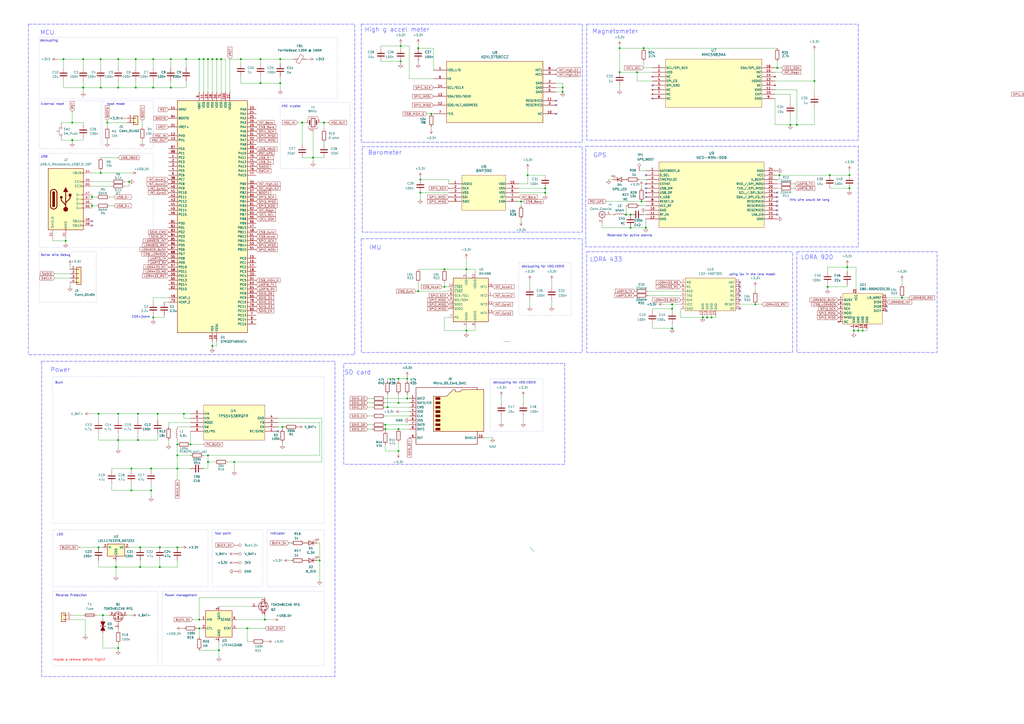
<source format=kicad_sch>
(kicad_sch (version 20250114) (generator "eeschema") (generator_version "9.0")
  (paper "A2")
  (rectangle (start 93.98 342.9) (end 187.96 386.08) (stroke (width 0) (type dot)))
  (rectangle (start 209.55 138.43) (end 337.82 204.47) (stroke (width 0.1778) (type dash) (color 0 0 255 1)))
  (rectangle (start 300.99 152.4) (end 331.47 182.88) (stroke (width 0) (type dot)))
  (rectangle (start 339.852 84.836) (end 497.84 143.256) (stroke (width 0.1778) (type dash) (color 0 0 255 1)))
  (rectangle (start 462.28 146.05) (end 543.56 204.47) (stroke (width 0.1778) (type dash) (color 0 0 255 1)))
  (rectangle (start 209.55 13.97) (end 337.82 82.55) (stroke (width 0.1778) (type dash) (color 0 0 255 1)))
  (rectangle (start 30.48 218.44) (end 187.96 303.53) (stroke (width 0) (type dot)))
  (rectangle (start 30.48 342.9) (end 91.44 386.08) (stroke (width 0) (type dot)))
  (rectangle (start 59.69 58.42) (end 88.9 86.36) (stroke (width 0) (type dot)))
  (rectangle (start 340.36 13.97) (end 497.84 81.28) (stroke (width 0.1778) (type dash) (color 0 0 255 1)))
  (rectangle (start 199.39 210.82) (end 327.66 269.24) (stroke (width 0.1778) (type dash) (color 0 0 255 1)))
  (rectangle (start 16.51 13.97) (end 205.74 205.74) (stroke (width 0.1778) (type dash) (color 0 0 255 1)))
  (rectangle (start 123.19 307.34) (end 152.4 340.36) (stroke (width 0) (type dot)))
  (rectangle (start 340.36 146.05) (end 459.74 204.47) (stroke (width 0.1778) (type dash) (color 0 0 255 1)))
  (rectangle (start 24.13 209.55) (end 194.31 392.43) (stroke (width 0.1778) (type dash) (color 0 0 255 1)))
  (rectangle (start 162.56 59.436) (end 203.2 97.79) (stroke (width 0) (type dot)))
  (rectangle (start 154.94 307.34) (end 187.96 340.36) (stroke (width 0) (type dot)))
  (rectangle (start 22.86 58.42) (end 58.42 86.36) (stroke (width 0) (type dot)))
  (rectangle (start 22.86 21.59) (end 195.58 57.15) (stroke (width 0) (type dot)))
  (rectangle (start 210.058 85.09) (end 337.82 134.62) (stroke (width 0.1778) (type dash) (color 0 0 255 1)))
  (rectangle (start 22.86 88.9) (end 88.9 143.51) (stroke (width 0) (type dot)))
  (rectangle (start 22.86 146.05) (end 55.88 175.26) (stroke (width 0) (type dot)))
  (rectangle (start 30.48 307.34) (end 120.65 340.36) (stroke (width 0) (type dot)))
  (rectangle (start 284.48 219.71) (end 314.96 250.19) (stroke (width 0) (type dot)))
  (text "Indicator" (at 161.036 309.626 0) (effects (font (size 1.27 1.27))))
  (text "using ipx in the lora model" (at 436.372 159.258 0) (effects (font (size 1.27 1.27))))
  (text "decoupling for VDD,VDDIO" (at 298.45 221.996 0) (effects (font (size 1.27 1.27))))
  (text "HSE crystal" (at 168.91 61.722 0) (effects (font (size 1.27 1.27))))
  (text "Buck" (at 34.29 221.996 0) (effects (font (size 1.27 1.27))))
  (text "LORA 433" (at 351.536 150.622 0) (effects (font (size 2.54 2.54))))
  (text "SD card" (at 207.518 216.154 0) (effects (font (size 2.54 2.54))))
  (text "maybe a remove before flight?" (at 45.974 382.778 0) (effects (font (size 1.27 1.27))))
  (text "Barometer" (at 223.266 88.646 0) (effects (font (size 2.54 2.54))))
  (text "MCU" (at 27.432 19.05 0) (effects (font (size 2.54 2.54))))
  (text "boot mode" (at 67.31 60.452 0) (effects (font (size 1.27 1.27))))
  (text "USB\n" (at 25.654 90.932 0) (effects (font (size 1.27 1.27))))
  (text "decoupling for VDD,VDDIO" (at 314.96 154.686 0) (effects (font (size 1.27 1.27))))
  (text "Reverse Protection" (at 41.402 345.44 0) (effects (font (size 1.27 1.27))))
  (text "Power management" (at 104.902 345.44 0) (effects (font (size 1.27 1.27))))
  (text "this wire would be long\n" (at 469.646 116.078 0) (effects (font (size 1.27 1.27))))
  (text "Power" (at 35.052 214.63 0) (effects (font (size 2.54 2.54))))
  (text "LDO" (at 34.798 310.134 0) (effects (font (size 1.27 1.27))))
  (text "Reserved for active atenna" (at 365.252 136.652 0) (effects (font (size 1.27 1.27))))
  (text "High g accel meter\n" (at 230.378 17.272 0) (effects (font (size 2.54 2.54))))
  (text "IMU" (at 217.678 143.764 0) (effects (font (size 2.54 2.54))))
  (text "decoupling" (at 28.448 23.622 0) (effects (font (size 1.27 1.27))))
  (text "GPS" (at 347.98 90.17 0) (effects (font (size 2.54 2.54))))
  (text "LORA 920" (at 473.964 149.352 0) (effects (font (size 2.54 2.54))))
  (text "Magnetometer" (at 356.87 18.288 0) (effects (font (size 2.54 2.54))))
  (text "ESR<2ohm\n" (at 81.788 183.896 0) (effects (font (size 1.27 1.27))))
  (text "External reset\n" (at 30.48 60.452 0) (effects (font (size 1.27 1.27))))
  (text "Test point" (at 129.286 309.626 0) (effects (font (size 1.27 1.27))))
  (text "Serial Wire Debug\n" (at 32.258 148.082 0) (effects (font (size 1.27 1.27))))
  (junction (at 359.41 41.91))
  (junction (at 223.52 248.92))
  (junction (at 81.28 328.93))
  (junction (at 250.19 66.04))
  (junction (at 153.67 359.41))
  (junction (at 78.74 50.8))
  (junction (at 316.23 109.22))
  (junction (at 302.26 116.84))
  (junction (at 472.44 46.99))
  (junction (at 68.58 255.27))
  (junction (at 185.42 325.12))
  (junction (at 53.34 114.3))
  (junction (at 92.71 317.5))
  (junction (at 41.91 71.12))
  (junction (at 363.22 124.46))
  (junction (at 243.84 104.14))
  (junction (at 389.89 190.5))
  (junction (at 115.57 364.49))
  (junction (at 452.12 101.6))
  (junction (at 175.26 71.12))
  (junction (at 500.38 191.77))
  (junction (at 57.15 240.03))
  (junction (at 59.69 356.87))
  (junction (at 87.63 284.48))
  (junction (at 365.76 132.08))
  (junction (at 162.56 34.29))
  (junction (at 224.79 236.22))
  (junction (at 123.19 34.29))
  (junction (at 242.57 27.94))
  (junction (at 102.87 271.78))
  (junction (at 57.15 317.5))
  (junction (at 480.06 166.37))
  (junction (at 151.13 48.26))
  (junction (at 135.89 267.97))
  (junction (at 115.57 359.41))
  (junction (at 107.95 34.29))
  (junction (at 187.96 71.12))
  (junction (at 120.65 34.29))
  (junction (at 41.91 81.28))
  (junction (at 87.63 271.78))
  (junction (at 123.19 200.66))
  (junction (at 181.61 91.44))
  (junction (at 110.49 257.81))
  (junction (at 270.51 156.21))
  (junction (at 91.44 240.03))
  (junction (at 102.87 257.81))
  (junction (at 523.24 172.72))
  (junction (at 48.26 34.29))
  (junction (at 458.47 72.39))
  (junction (at 88.9 34.29))
  (junction (at 78.74 34.29))
  (junction (at 88.9 184.15))
  (junction (at 81.28 317.5))
  (junction (at 118.11 34.29))
  (junction (at 242.57 168.91))
  (junction (at 462.28 72.39))
  (junction (at 68.58 34.29))
  (junction (at 139.7 34.29))
  (junction (at 438.15 176.53))
  (junction (at 76.2 271.78))
  (junction (at 232.41 26.67))
  (junction (at 163.83 247.65))
  (junction (at 374.65 132.08))
  (junction (at 359.41 27.94))
  (junction (at 270.51 191.77))
  (junction (at 369.57 41.91))
  (junction (at 102.87 264.16))
  (junction (at 326.39 50.8))
  (junction (at 74.93 105.41))
  (junction (at 68.58 240.03))
  (junction (at 67.31 328.93))
  (junction (at 389.89 176.53))
  (junction (at 58.42 100.33))
  (junction (at 306.07 101.6))
  (junction (at 58.42 34.29))
  (junction (at 80.01 255.27))
  (junction (at 88.9 50.8))
  (junction (at 92.71 328.93))
  (junction (at 231.14 261.62))
  (junction (at 257.81 156.21))
  (junction (at 497.84 191.77))
  (junction (at 162.56 48.26))
  (junction (at 127 377.19))
  (junction (at 243.84 111.76))
  (junction (at 223.52 246.38))
  (junction (at 80.01 240.03))
  (junction (at 316.23 111.76))
  (junction (at 102.87 317.5))
  (junction (at 36.83 34.29))
  (junction (at 48.26 50.8))
  (junction (at 68.58 375.92))
  (junction (at 412.75 184.15))
  (junction (at 143.51 364.49))
  (junction (at 58.42 50.8))
  (junction (at 492.76 101.6))
  (junction (at 372.11 116.84))
  (junction (at 365.76 124.46))
  (junction (at 76.2 284.48))
  (junction (at 231.14 248.92))
  (junction (at 99.06 34.29))
  (junction (at 38.1 139.7))
  (junction (at 257.81 166.37))
  (junction (at 99.06 50.8))
  (junction (at 481.33 101.6))
  (junction (at 236.22 219.71))
  (junction (at 115.57 34.29))
  (junction (at 495.3 191.77))
  (junction (at 407.67 184.15))
  (junction (at 125.73 34.29))
  (junction (at 373.38 27.94))
  (junction (at 120.65 264.16))
  (junction (at 62.23 71.12))
  (junction (at 492.76 109.22))
  (junction (at 236.22 231.14))
  (junction (at 232.41 35.56))
  (junction (at 53.34 119.38))
  (junction (at 231.14 219.71))
  (junction (at 326.39 53.34))
  (junction (at 231.14 233.68))
  (junction (at 120.65 267.97))
  (junction (at 68.58 50.8))
  (junction (at 450.85 39.37))
  (junction (at 106.68 240.03))
  (junction (at 491.49 154.94))
  (junction (at 410.21 184.15))
  (junction (at 128.27 34.29))
  (junction (at 389.89 179.07))
  (junction (at 151.13 34.29))
  (no_connect (at 429.26 166.37))
  (no_connect (at 53.34 128.27))
  (no_connect (at 429.26 171.45))
  (no_connect (at 322.58 60.96))
  (no_connect (at 374.65 101.6))
  (no_connect (at 429.26 173.99))
  (no_connect (at 374.65 106.68))
  (no_connect (at 450.85 116.84))
  (no_connect (at 322.58 58.42))
  (no_connect (at 450.85 114.3))
  (no_connect (at 374.65 109.22))
  (no_connect (at 450.85 124.46))
  (no_connect (at 429.26 168.91))
  (no_connect (at 429.26 179.07))
  (no_connect (at 450.85 111.76))
  (no_connect (at 374.65 114.3))
  (no_connect (at 514.35 177.8))
  (no_connect (at 450.85 119.38))
  (no_connect (at 450.85 121.92))
  (no_connect (at 514.35 180.34))
  (no_connect (at 378.46 49.53))
  (no_connect (at 53.34 130.81))
  (no_connect (at 322.58 66.04))
  (no_connect (at 374.65 111.76))
  (no_connect (at 161.29 250.19))
  (no_connect (at 429.26 163.83))
  (bus_entry (at 307.34 317.5) (size 2.54 2.54))
  (wire (pts (xy 275.59 156.21) (xy 270.51 156.21)))
  (wire (pts (xy 372.11 116.84) (xy 374.65 116.84)))
  (wire (pts (xy 95.25 175.26) (xy 97.79 175.26)))
  (wire (pts (xy 76.2 100.33) (xy 58.42 100.33)))
  (wire (pts (xy 450.85 104.14) (xy 452.12 104.14)))
  (wire (pts (xy 53.34 118.11) (xy 53.34 119.38)))
  (wire (pts (xy 213.36 236.22) (xy 215.9 236.22)))
  (wire (pts (xy 458.47 72.39) (xy 462.28 72.39)))
  (wire (pts (xy 57.15 325.12) (xy 57.15 328.93)))
  (wire (pts (xy 91.44 240.03) (xy 106.68 240.03)))
  (wire (pts (xy 502.92 191.77) (xy 500.38 191.77)))
  (wire (pts (xy 97.79 245.11) (xy 110.49 245.11)))
  (wire (pts (xy 118.11 34.29) (xy 118.11 53.34)))
  (wire (pts (xy 132.08 267.97) (xy 135.89 267.97)))
  (wire (pts (xy 97.79 245.11) (xy 97.79 247.65)))
  (wire (pts (xy 82.55 69.85) (xy 82.55 73.66)))
  (wire (pts (xy 76.2 273.05) (xy 76.2 271.78)))
  (wire (pts (xy 300.99 111.76) (xy 316.23 111.76)))
  (wire (pts (xy 57.15 251.46) (xy 57.15 255.27)))
  (wire (pts (xy 290.83 241.3) (xy 290.83 245.11)))
  (wire (pts (xy 162.56 44.45) (xy 162.56 48.26)))
  (wire (pts (xy 260.35 184.15) (xy 257.81 184.15)))
  (wire (pts (xy 306.07 106.68) (xy 300.99 106.68)))
  (wire (pts (xy 38.1 139.7) (xy 38.1 140.97)))
  (wire (pts (xy 480.06 154.94) (xy 491.49 154.94)))
  (wire (pts (xy 302.26 116.84) (xy 300.99 116.84)))
  (wire (pts (xy 123.19 34.29) (xy 125.73 34.29)))
  (wire (pts (xy 120.65 34.29) (xy 123.19 34.29)))
  (wire (pts (xy 250.19 66.04) (xy 251.46 66.04)))
  (wire (pts (xy 120.65 264.16) (xy 185.42 264.16)))
  (wire (pts (xy 38.1 138.43) (xy 38.1 139.7)))
  (wire (pts (xy 389.89 176.53) (xy 394.97 176.53)))
  (wire (pts (xy 326.39 48.26) (xy 326.39 50.8)))
  (wire (pts (xy 251.46 40.64) (xy 251.46 27.94)))
  (wire (pts (xy 80.01 240.03) (xy 80.01 243.84)))
  (wire (pts (xy 232.41 35.56) (xy 232.41 36.83)))
  (wire (pts (xy 480.06 165.1) (xy 480.06 166.37)))
  (wire (pts (xy 232.41 25.4) (xy 232.41 26.67)))
  (wire (pts (xy 223.52 233.68) (xy 231.14 233.68)))
  (wire (pts (xy 449.58 72.39) (xy 458.47 72.39)))
  (wire (pts (xy 320.04 173.99) (xy 320.04 177.8)))
  (wire (pts (xy 491.49 165.1) (xy 491.49 166.37)))
  (wire (pts (xy 181.61 91.44) (xy 187.96 91.44)))
  (wire (pts (xy 384.81 176.53) (xy 389.89 176.53)))
  (wire (pts (xy 58.42 100.33) (xy 53.34 100.33)))
  (wire (pts (xy 68.58 240.03) (xy 68.58 243.84)))
  (wire (pts (xy 128.27 53.34) (xy 128.27 34.29)))
  (wire (pts (xy 88.9 34.29) (xy 88.9 39.37)))
  (wire (pts (xy 378.46 180.34) (xy 378.46 179.07)))
  (wire (pts (xy 120.65 271.78) (xy 120.65 267.97)))
  (wire (pts (xy 74.93 105.41) (xy 74.93 107.95)))
  (wire (pts (xy 472.44 46.99) (xy 472.44 54.61)))
  (wire (pts (xy 87.63 280.67) (xy 87.63 284.48)))
  (wire (pts (xy 410.21 184.15) (xy 412.75 184.15)))
  (wire (pts (xy 88.9 34.29) (xy 99.06 34.29)))
  (wire (pts (xy 359.41 27.94) (xy 373.38 27.94)))
  (wire (pts (xy 349.25 132.08) (xy 365.76 132.08)))
  (wire (pts (xy 162.56 34.29) (xy 162.56 36.83)))
  (wire (pts (xy 151.13 44.45) (xy 151.13 48.26)))
  (wire (pts (xy 450.85 27.94) (xy 373.38 27.94)))
  (wire (pts (xy 363.22 119.38) (xy 363.22 124.46)))
  (wire (pts (xy 378.46 46.99) (xy 369.57 46.99)))
  (wire (pts (xy 91.44 240.03) (xy 91.44 243.84)))
  (wire (pts (xy 514.35 172.72) (xy 523.24 172.72)))
  (wire (pts (xy 143.51 364.49) (xy 153.67 364.49)))
  (wire (pts (xy 163.83 247.65) (xy 165.1 247.65)))
  (wire (pts (xy 88.9 184.15) (xy 88.9 185.42)))
  (wire (pts (xy 78.74 34.29) (xy 88.9 34.29)))
  (wire (pts (xy 114.3 364.49) (xy 115.57 364.49)))
  (wire (pts (xy 375.92 168.91) (xy 394.97 168.91)))
  (wire (pts (xy 33.02 34.29) (xy 36.83 34.29)))
  (wire (pts (xy 127 351.79) (xy 146.05 351.79)))
  (wire (pts (xy 243.84 104.14) (xy 260.35 104.14)))
  (wire (pts (xy 378.46 179.07) (xy 389.89 179.07)))
  (wire (pts (xy 81.28 317.5) (xy 92.71 317.5)))
  (wire (pts (xy 242.57 25.4) (xy 242.57 27.94)))
  (wire (pts (xy 472.44 29.21) (xy 472.44 46.99)))
  (wire (pts (xy 223.52 246.38) (xy 237.49 246.38)))
  (wire (pts (xy 224.79 220.98) (xy 224.79 219.71)))
  (wire (pts (xy 125.73 198.12) (xy 125.73 200.66)))
  (wire (pts (xy 187.96 82.55) (xy 187.96 83.82)))
  (wire (pts (xy 73.66 356.87) (xy 76.2 356.87)))
  (wire (pts (xy 500.38 190.5) (xy 500.38 191.77)))
  (wire (pts (xy 63.5 119.38) (xy 66.04 119.38)))
  (wire (pts (xy 88.9 182.88) (xy 88.9 184.15)))
  (wire (pts (xy 76.2 271.78) (xy 87.63 271.78)))
  (wire (pts (xy 128.27 34.29) (xy 130.81 34.29)))
  (wire (pts (xy 110.49 271.78) (xy 102.87 271.78)))
  (wire (pts (xy 102.87 247.65) (xy 110.49 247.65)))
  (wire (pts (xy 181.61 76.2) (xy 181.61 91.44)))
  (wire (pts (xy 48.26 80.01) (xy 48.26 81.28)))
  (wire (pts (xy 99.06 46.99) (xy 99.06 50.8)))
  (wire (pts (xy 133.35 34.29) (xy 139.7 34.29)))
  (wire (pts (xy 175.26 71.12) (xy 177.8 71.12)))
  (wire (pts (xy 270.51 191.77) (xy 270.51 193.04)))
  (wire (pts (xy 303.53 241.3) (xy 303.53 245.11)))
  (wire (pts (xy 62.23 81.28) (xy 62.23 82.55)))
  (wire (pts (xy 270.51 189.23) (xy 270.51 191.77)))
  (wire (pts (xy 68.58 255.27) (xy 80.01 255.27)))
  (wire (pts (xy 162.56 34.29) (xy 170.18 34.29)))
  (wire (pts (xy 102.87 257.81) (xy 102.87 264.16)))
  (wire (pts (xy 57.15 255.27) (xy 68.58 255.27)))
  (wire (pts (xy 223.52 246.38) (xy 223.52 248.92)))
  (wire (pts (xy 300.99 109.22) (xy 316.23 109.22)))
  (wire (pts (xy 62.23 71.12) (xy 62.23 73.66)))
  (wire (pts (xy 307.34 162.56) (xy 307.34 166.37)))
  (wire (pts (xy 40.64 163.83) (xy 40.64 166.37)))
  (wire (pts (xy 153.67 346.71) (xy 115.57 346.71)))
  (wire (pts (xy 57.15 328.93) (xy 67.31 328.93)))
  (wire (pts (xy 137.16 359.41) (xy 153.67 359.41)))
  (wire (pts (xy 130.81 34.29) (xy 130.81 53.34)))
  (wire (pts (xy 370.84 104.14) (xy 374.65 104.14)))
  (wire (pts (xy 175.26 91.44) (xy 181.61 91.44)))
  (wire (pts (xy 41.91 359.41) (xy 49.53 359.41)))
  (wire (pts (xy 452.12 104.14) (xy 452.12 101.6)))
  (wire (pts (xy 237.49 26.67) (xy 232.41 26.67)))
  (wire (pts (xy 242.57 163.83) (xy 242.57 168.91)))
  (wire (pts (xy 372.11 107.95) (xy 372.11 109.22)))
  (wire (pts (xy 184.15 314.96) (xy 185.42 314.96)))
  (wire (pts (xy 223.52 261.62) (xy 231.14 261.62)))
  (wire (pts (xy 223.52 248.92) (xy 223.52 250.19)))
  (wire (pts (xy 58.42 50.8) (xy 48.26 50.8)))
  (wire (pts (xy 394.97 179.07) (xy 394.97 184.15)))
  (wire (pts (xy 151.13 34.29) (xy 162.56 34.29)))
  (wire (pts (xy 187.96 71.12) (xy 190.5 71.12)))
  (wire (pts (xy 220.98 26.67) (xy 232.41 26.67)))
  (wire (pts (xy 175.26 71.12) (xy 175.26 83.82)))
  (wire (pts (xy 412.75 182.88) (xy 412.75 184.15)))
  (wire (pts (xy 78.74 50.8) (xy 88.9 50.8)))
  (wire (pts (xy 223.52 231.14) (xy 236.22 231.14)))
  (wire (pts (xy 81.28 325.12) (xy 81.28 328.93)))
  (wire (pts (xy 481.33 109.22) (xy 492.76 109.22)))
  (wire (pts (xy 67.31 328.93) (xy 81.28 328.93)))
  (wire (pts (xy 125.73 53.34) (xy 125.73 34.29)))
  (wire (pts (xy 63.5 356.87) (xy 59.69 356.87)))
  (wire (pts (xy 57.15 240.03) (xy 57.15 243.84)))
  (wire (pts (xy 186.69 242.57) (xy 186.69 267.97)))
  (wire (pts (xy 48.26 34.29) (xy 58.42 34.29)))
  (wire (pts (xy 153.67 359.41) (xy 153.67 356.87)))
  (wire (pts (xy 257.81 156.21) (xy 270.51 156.21)))
  (wire (pts (xy 41.91 356.87) (xy 48.26 356.87)))
  (wire (pts (xy 107.95 34.29) (xy 115.57 34.29)))
  (wire (pts (xy 242.57 168.91) (xy 260.35 168.91)))
  (wire (pts (xy 30.48 139.7) (xy 38.1 139.7)))
  (wire (pts (xy 58.42 91.44) (xy 68.58 91.44)))
  (wire (pts (xy 59.69 356.87) (xy 59.69 359.41)))
  (wire (pts (xy 88.9 46.99) (xy 88.9 50.8)))
  (wire (pts (xy 162.56 48.26) (xy 162.56 52.07)))
  (wire (pts (xy 118.11 34.29) (xy 120.65 34.29)))
  (wire (pts (xy 410.21 182.88) (xy 410.21 184.15)))
  (wire (pts (xy 67.31 328.93) (xy 67.31 334.01)))
  (wire (pts (xy 102.87 264.16) (xy 110.49 264.16)))
  (wire (pts (xy 110.49 257.81) (xy 118.11 257.81)))
  (wire (pts (xy 68.58 373.38) (xy 68.58 375.92)))
  (wire (pts (xy 161.29 245.11) (xy 185.42 245.11)))
  (wire (pts (xy 370.84 99.06) (xy 374.65 99.06)))
  (wire (pts (xy 48.26 50.8) (xy 48.26 53.34)))
  (wire (pts (xy 213.36 233.68) (xy 215.9 233.68)))
  (wire (pts (xy 429.26 176.53) (xy 438.15 176.53)))
  (wire (pts (xy 497.84 191.77) (xy 500.38 191.77)))
  (wire (pts (xy 353.06 104.14) (xy 355.6 104.14)))
  (wire (pts (xy 80.01 240.03) (xy 91.44 240.03)))
  (wire (pts (xy 373.38 124.46) (xy 374.65 124.46)))
  (wire (pts (xy 59.69 375.92) (xy 68.58 375.92)))
  (wire (pts (xy 450.85 101.6) (xy 452.12 101.6)))
  (wire (pts (xy 365.76 132.08) (xy 374.65 132.08)))
  (wire (pts (xy 242.57 35.56) (xy 242.57 36.83)))
  (wire (pts (xy 496.57 167.64) (xy 496.57 154.94)))
  (wire (pts (xy 53.34 114.3) (xy 55.88 114.3)))
  (wire (pts (xy 72.39 107.95) (xy 74.93 107.95)))
  (wire (pts (xy 58.42 34.29) (xy 68.58 34.29)))
  (wire (pts (xy 35.56 81.28) (xy 41.91 81.28)))
  (wire (pts (xy 48.26 50.8) (xy 48.26 46.99)))
  (wire (pts (xy 257.81 163.83) (xy 257.81 166.37)))
  (wire (pts (xy 306.07 101.6) (xy 316.23 101.6)))
  (wire (pts (xy 72.39 68.58) (xy 73.66 68.58)))
  (wire (pts (xy 303.53 229.87) (xy 303.53 233.68)))
  (wire (pts (xy 163.83 247.65) (xy 163.83 248.92)))
  (wire (pts (xy 449.58 46.99) (xy 472.44 46.99)))
  (wire (pts (xy 110.49 257.81) (xy 110.49 250.19)))
  (wire (pts (xy 36.83 34.29) (xy 48.26 34.29)))
  (wire (pts (xy 449.58 54.61) (xy 458.47 54.61)))
  (wire (pts (xy 480.06 157.48) (xy 480.06 154.94)))
  (wire (pts (xy 151.13 48.26) (xy 162.56 48.26)))
  (wire (pts (xy 68.58 255.27) (xy 68.58 260.35)))
  (wire (pts (xy 231.14 220.98) (xy 231.14 219.71)))
  (wire (pts (xy 481.33 101.6) (xy 492.76 101.6)))
  (wire (pts (xy 243.84 102.87) (xy 243.84 104.14)))
  (wire (pts (xy 153.67 359.41) (xy 158.75 359.41)))
  (wire (pts (xy 139.7 44.45) (xy 139.7 48.26)))
  (wire (pts (xy 491.49 154.94) (xy 491.49 157.48)))
  (wire (pts (xy 110.49 242.57) (xy 106.68 242.57)))
  (wire (pts (xy 64.77 284.48) (xy 76.2 284.48)))
  (wire (pts (xy 118.11 271.78) (xy 120.65 271.78)))
  (wire (pts (xy 36.83 46.99) (xy 36.83 50.8)))
  (wire (pts (xy 223.52 248.92) (xy 231.14 248.92)))
  (wire (pts (xy 184.15 325.12) (xy 185.42 325.12)))
  (wire (pts (xy 151.13 34.29) (xy 151.13 36.83)))
  (wire (pts (xy 123.19 53.34) (xy 123.19 34.29)))
  (wire (pts (xy 53.34 119.38) (xy 55.88 119.38)))
  (wire (pts (xy 78.74 46.99) (xy 78.74 50.8)))
  (wire (pts (xy 139.7 34.29) (xy 151.13 34.29)))
  (wire (pts (xy 458.47 67.31) (xy 458.47 72.39)))
  (wire (pts (xy 30.48 138.43) (xy 30.48 139.7)))
  (wire (pts (xy 292.1 198.12) (xy 295.91 198.12)))
  (wire (pts (xy 495.3 191.77) (xy 495.3 193.04)))
  (wire (pts (xy 260.35 104.14) (xy 260.35 106.68)))
  (wire (pts (xy 363.22 124.46) (xy 365.76 124.46)))
  (wire (pts (xy 115.57 346.71) (xy 115.57 359.41)))
  (wire (pts (xy 375.92 171.45) (xy 394.97 171.45)))
  (wire (pts (xy 31.75 161.29) (xy 40.64 161.29)))
  (wire (pts (xy 316.23 109.22) (xy 316.23 111.76)))
  (wire (pts (xy 163.83 256.54) (xy 163.83 257.81)))
  (wire (pts (xy 495.3 191.77) (xy 497.84 191.77)))
  (wire (pts (xy 125.73 34.29) (xy 128.27 34.29)))
  (wire (pts (xy 462.28 52.07) (xy 462.28 72.39)))
  (wire (pts (xy 172.72 71.12) (xy 175.26 71.12)))
  (wire (pts (xy 88.9 172.72) (xy 88.9 175.26)))
  (wire (pts (xy 257.81 166.37) (xy 260.35 166.37)))
  (wire (pts (xy 53.34 113.03) (xy 53.34 114.3)))
  (wire (pts (xy 57.15 317.5) (xy 59.69 317.5)))
  (wire (pts (xy 41.91 64.77) (xy 41.91 71.12)))
  (wire (pts (xy 88.9 50.8) (xy 99.06 50.8)))
  (wire (pts (xy 220.98 27.94) (xy 220.98 26.67)))
  (wire (pts (xy 123.19 198.12) (xy 123.19 200.66)))
  (wire (pts (xy 36.83 34.29) (xy 36.83 39.37)))
  (wire (pts (xy 452.12 101.6) (xy 481.33 101.6)))
  (wire (pts (xy 275.59 158.75) (xy 275.59 156.21)))
  (wire (pts (xy 415.29 184.15) (xy 412.75 184.15)))
  (wire (pts (xy 41.91 71.12) (xy 48.26 71.12)))
  (wire (pts (xy 472.44 62.23) (xy 472.44 72.39)))
  (wire (pts (xy 250.19 73.66) (xy 250.19 74.93)))
  (wire (pts (xy 64.77 271.78) (xy 76.2 271.78)))
  (wire (pts (xy 125.73 200.66) (xy 123.19 200.66)))
  (wire (pts (xy 97.79 172.72) (xy 88.9 172.72)))
  (wire (pts (xy 213.36 231.14) (xy 215.9 231.14)))
  (wire (pts (xy 213.36 248.92) (xy 215.9 248.92)))
  (wire (pts (xy 394.97 184.15) (xy 407.67 184.15)))
  (wire (pts (xy 58.42 99.06) (xy 58.42 100.33)))
  (wire (pts (xy 67.31 325.12) (xy 67.31 328.93)))
  (wire (pts (xy 231.14 228.6) (xy 231.14 233.68)))
  (wire (pts (xy 224.79 219.71) (xy 231.14 219.71)))
  (wire (pts (xy 373.38 39.37) (xy 378.46 39.37)))
  (wire (pts (xy 76.2 280.67) (xy 76.2 284.48)))
  (wire (pts (xy 359.41 27.94) (xy 359.41 41.91)))
  (wire (pts (xy 63.5 114.3) (xy 66.04 114.3)))
  (wire (pts (xy 231.14 248.92) (xy 237.49 248.92)))
  (wire (pts (xy 251.46 45.72) (xy 237.49 45.72)))
  (wire (pts (xy 241.3 168.91) (xy 242.57 168.91)))
  (wire (pts (xy 270.51 156.21) (xy 270.51 158.75)))
  (wire (pts (xy 370.84 119.38) (xy 374.65 119.38)))
  (wire (pts (xy 105.41 364.49) (xy 106.68 364.49)))
  (wire (pts (xy 407.67 184.15) (xy 410.21 184.15)))
  (wire (pts (xy 224.79 236.22) (xy 237.49 236.22)))
  (wire (pts (xy 495.3 190.5) (xy 495.3 191.77)))
  (wire (pts (xy 107.95 46.99) (xy 107.95 50.8)))
  (wire (pts (xy 72.39 105.41) (xy 74.93 105.41)))
  (wire (pts (xy 48.26 34.29) (xy 48.26 39.37)))
  (wire (pts (xy 143.51 364.49) (xy 143.51 372.11)))
  (wire (pts (xy 369.57 46.99) (xy 369.57 41.91)))
  (wire (pts (xy 161.29 242.57) (xy 186.69 242.57)))
  (wire (pts (xy 223.52 257.81) (xy 223.52 261.62)))
  (wire (pts (xy 186.69 267.97) (xy 135.89 267.97)))
  (wire (pts (xy 95.25 184.15) (xy 88.9 184.15)))
  (wire (pts (xy 81.28 328.93) (xy 92.71 328.93)))
  (wire (pts (xy 242.57 156.21) (xy 257.81 156.21)))
  (wire (pts (xy 95.25 182.88) (xy 95.25 184.15)))
  (wire (pts (xy 373.38 35.56) (xy 373.38 39.37)))
  (wire (pts (xy 68.58 364.49) (xy 68.58 365.76)))
  (wire (pts (xy 280.67 254) (xy 285.75 254)))
  (wire (pts (xy 502.92 190.5) (xy 502.92 191.77)))
  (wire (pts (xy 322.58 48.26) (xy 326.39 48.26)))
  (wire (pts (xy 102.87 255.27) (xy 102.87 257.81)))
  (wire (pts (xy 127 372.11) (xy 127 377.19)))
  (wire (pts (xy 62.23 71.12) (xy 73.66 71.12)))
  (wire (pts (xy 102.87 271.78) (xy 102.87 264.16)))
  (wire (pts (xy 167.64 325.12) (xy 168.91 325.12)))
  (wire (pts (xy 45.72 317.5) (xy 57.15 317.5)))
  (wire (pts (xy 107.95 34.29) (xy 107.95 39.37)))
  (wire (pts (xy 92.71 325.12) (xy 92.71 328.93)))
  (wire (pts (xy 118.11 264.16) (xy 120.65 264.16)))
  (wire (pts (xy 257.81 184.15) (xy 257.81 191.77)))
  (wire (pts (xy 232.41 26.67) (xy 232.41 27.94)))
  (wire (pts (xy 185.42 245.11) (xy 185.42 264.16)))
  (wire (pts (xy 68.58 240.03) (xy 80.01 240.03)))
  (wire (pts (xy 462.28 72.39) (xy 472.44 72.39)))
  (wire (pts (xy 213.36 241.3) (xy 215.9 241.3)))
  (wire (pts (xy 41.91 81.28) (xy 41.91 82.55)))
  (wire (pts (xy 231.14 256.54) (xy 231.14 261.62)))
  (wire (pts (xy 187.96 71.12) (xy 187.96 74.93)))
  (wire (pts (xy 257.81 191.77) (xy 270.51 191.77)))
  (wire (pts (xy 139.7 34.29) (xy 139.7 36.83)))
  (wire (pts (xy 237.49 45.72) (xy 237.49 26.67)))
  (wire (pts (xy 303.53 116.84) (xy 302.26 116.84)))
  (wire (pts (xy 80.01 255.27) (xy 91.44 255.27)))
  (wire (pts (xy 236.22 228.6) (xy 236.22 231.14)))
  (wire (pts (xy 322.58 50.8) (xy 326.39 50.8)))
  (wire (pts (xy 68.58 46.99) (xy 68.58 50.8)))
  (wire (pts (xy 97.79 255.27) (xy 97.79 257.81)))
  (wire (pts (xy 359.41 41.91) (xy 369.57 41.91)))
  (wire (pts (xy 143.51 372.11) (xy 146.05 372.11)))
  (wire (pts (xy 48.26 72.39) (xy 48.26 71.12)))
  (wire (pts (xy 177.8 34.29) (xy 179.07 34.29)))
  (wire (pts (xy 181.61 91.44) (xy 181.61 93.98)))
  (wire (pts (xy 224.79 228.6) (xy 224.79 236.22)))
  (wire (pts (xy 374.65 127) (xy 374.65 132.08)))
  (wire (pts (xy 251.46 27.94) (xy 242.57 27.94)))
  (wire (pts (xy 450.85 39.37) (xy 450.85 35.56)))
  (wire (pts (xy 64.77 280.67) (xy 64.77 284.48)))
  (wire (pts (xy 115.57 364.49) (xy 115.57 369.57)))
  (wire (pts (xy 127 377.19) (xy 127 381)))
  (wire (pts (xy 58.42 34.29) (xy 58.42 39.37)))
  (wire (pts (xy 452.12 109.22) (xy 450.85 109.22)))
  (wire (pts (xy 275.59 191.77) (xy 270.51 191.77)))
  (wire (pts (xy 133.35 53.34) (xy 133.35 34.29)))
  (wire (pts (xy 185.42 325.12) (xy 185.42 336.55)))
  (wire (pts (xy 243.84 111.76) (xy 260.35 111.76)))
  (wire (pts (xy 53.34 107.95) (xy 64.77 107.95)))
  (wire (pts (xy 480.06 166.37) (xy 480.06 167.64)))
  (wire (pts (xy 115.57 377.19) (xy 127 377.19)))
  (wire (pts (xy 231.14 261.62) (xy 231.14 262.89)))
  (wire (pts (xy 78.74 34.29) (xy 78.74 39.37)))
  (wire (pts (xy 185.42 314.96) (xy 185.42 325.12)))
  (wire (pts (xy 105.41 317.5) (xy 102.87 317.5)))
  (wire (pts (xy 213.36 246.38) (xy 215.9 246.38)))
  (wire (pts (xy 497.84 190.5) (xy 497.84 191.77)))
  (wire (pts (xy 491.49 153.67) (xy 491.49 154.94)))
  (wire (pts (xy 275.59 189.23) (xy 275.59 191.77)))
  (wire (pts (xy 307.34 173.99) (xy 307.34 177.8)))
  (wire (pts (xy 59.69 367.03) (xy 59.69 375.92)))
  (wire (pts (xy 62.23 69.85) (xy 62.23 71.12)))
  (wire (pts (xy 415.29 182.88) (xy 415.29 184.15)))
  (wire (pts (xy 76.2 284.48) (xy 87.63 284.48)))
  (wire (pts (xy 438.15 176.53) (xy 441.96 176.53)))
  (wire (pts (xy 135.89 267.97) (xy 135.89 273.05)))
  (wire (pts (xy 68.58 251.46) (xy 68.58 255.27)))
  (wire (pts (xy 102.87 271.78) (xy 102.87 278.13)))
  (wire (pts (xy 359.41 49.53) (xy 359.41 52.07)))
  (wire (pts (xy 185.42 71.12) (xy 187.96 71.12)))
  (wire (pts (xy 87.63 271.78) (xy 102.87 271.78)))
  (wire (pts (xy 41.91 81.28) (xy 48.26 81.28)))
  (wire (pts (xy 167.64 314.96) (xy 168.91 314.96)))
  (wire (pts (xy 115.57 34.29) (xy 118.11 34.29)))
  (wire (pts (xy 143.51 364.49) (xy 137.16 364.49)))
  (wire (pts (xy 92.71 317.5) (xy 102.87 317.5)))
  (wire (pts (xy 316.23 111.76) (xy 316.23 113.03)))
  (wire (pts (xy 449.58 41.91) (xy 453.39 41.91)))
  (wire (pts (xy 247.65 66.04) (xy 250.19 66.04)))
  (wire (pts (xy 320.04 162.56) (xy 320.04 166.37)))
  (wire (pts (xy 496.57 154.94) (xy 491.49 154.94)))
  (wire (pts (xy 115.57 34.29) (xy 115.57 53.34)))
  (wire (pts (xy 120.65 267.97) (xy 124.46 267.97)))
  (wire (pts (xy 236.22 231.14) (xy 237.49 231.14)))
  (wire (pts (xy 236.22 219.71) (xy 236.22 218.44)))
  (wire (pts (xy 68.58 50.8) (xy 78.74 50.8)))
  (wire (pts (xy 68.58 375.92) (xy 68.58 377.19)))
  (wire (pts (xy 349.25 132.08) (xy 349.25 129.54)))
  (wire (pts (xy 492.76 99.06) (xy 492.76 101.6)))
  (wire (pts (xy 99.06 34.29) (xy 107.95 34.29)))
  (wire (pts (xy 58.42 46.99) (xy 58.42 50.8)))
  (wire (pts (xy 120.65 264.16) (xy 120.65 267.97)))
  (wire (pts (xy 220.98 35.56) (xy 232.41 35.56)))
  (wire (pts (xy 35.56 71.12) (xy 41.91 71.12)))
  (wire (pts (xy 256.54 166.37) (xy 257.81 166.37)))
  (wire (pts (xy 290.83 229.87) (xy 290.83 233.68)))
  (wire (pts (xy 87.63 271.78) (xy 87.63 273.05)))
  (wire (pts (xy 449.58 39.37) (xy 450.85 39.37)))
  (wire (pts (xy 123.19 200.66) (xy 123.19 201.93)))
  (wire (pts (xy 120.65 34.29) (xy 120.65 53.34)))
  (wire (pts (xy 40.64 153.67) (xy 40.64 156.21)))
  (wire (pts (xy 231.14 219.71) (xy 236.22 219.71)))
  (wire (pts (xy 99.06 50.8) (xy 107.95 50.8)))
  (wire (pts (xy 106.68 242.57) (xy 106.68 240.03)))
  (wire (pts (xy 139.7 48.26) (xy 151.13 48.26)))
  (wire (pts (xy 57.15 240.03) (xy 68.58 240.03)))
  (wire (pts (xy 407.67 182.88) (xy 407.67 184.15)))
  (wire (pts (xy 389.89 187.96) (xy 389.89 190.5)))
  (wire (pts (xy 458.47 54.61) (xy 458.47 59.69)))
  (wire (pts (xy 243.84 111.76) (xy 243.84 115.57)))
  (wire (pts (xy 161.29 247.65) (xy 163.83 247.65)))
  (wire (pts (xy 36.83 50.8) (xy 48.26 50.8)))
  (wire (pts (xy 322.58 53.34) (xy 326.39 53.34)))
  (wire (pts (xy 99.06 34.29) (xy 99.06 39.37)))
  (wire (pts (xy 154.94 372.11) (xy 153.67 372.11)))
  (wire (pts (xy 326.39 50.8) (xy 326.39 53.34)))
  (wire (pts (xy 68.58 34.29) (xy 68.58 39.37)))
  (wire (pts (xy 236.22 220.98) (xy 236.22 219.71)))
  (wire (pts (xy 53.34 114.3) (xy 53.34 115.57)))
  (wire (pts (xy 31.75 158.75) (xy 40.64 158.75)))
  (wire (pts (xy 55.88 356.87) (xy 59.69 356.87)))
  (wire (pts (xy 106.68 240.03) (xy 110.49 240.03)))
  (wire (pts (xy 232.41 238.76) (xy 237.49 238.76)))
  (wire (pts (xy 461.01 106.68) (xy 459.74 106.68)))
  (wire (pts (xy 449.58 52.07) (xy 462.28 52.07)))
  (wire (pts (xy 302.26 116.84) (xy 302.26 119.38)))
  (wire (pts (xy 87.63 284.48) (xy 87.63 288.29)))
  (wire (pts (xy 92.71 328.93) (xy 102.87 328.93)))
  (wire (pts (xy 523.24 172.72) (xy 527.05 172.72)))
  (wire (pts (xy 102.87 325.12) (xy 102.87 328.93)))
  (wire (pts (xy 302.26 127) (xy 302.26 128.27)))
  (wire (pts (xy 115.57 359.41) (xy 116.84 359.41)))
  (wire (pts (xy 74.93 317.5) (xy 81.28 317.5)))
  (wire (pts (xy 452.12 106.68) (xy 450.85 106.68)))
  (wire (pts (xy 492.76 109.22) (xy 492.76 110.49)))
  (wire (pts (xy 461.01 109.22) (xy 459.74 109.22)))
  (wire (pts (xy 378.46 187.96) (xy 378.46 190.5)))
  (wire (pts (xy 231.14 233.68) (xy 237.49 233.68)))
  (wire (pts (xy 449.58 57.15) (xy 449.58 72.39)))
  (wire (pts (xy 53.34 105.41) (xy 64.77 105.41)))
  (wire (pts (xy 58.42 50.8) (xy 68.58 50.8)))
  (wire (pts (xy 450.85 39.37) (xy 453.39 39.37)))
  (wire (pts (xy 491.49 166.37) (xy 480.06 166.37)))
  (wire (pts (xy 68.58 34.29) (xy 78.74 34.29)))
  (wire (pts (xy 52.07 240.03) (xy 57.15 240.03)))
  (wire (pts (xy 438.15 166.37) (xy 438.15 168.91)))
  (wire (pts (xy 49.53 359.41) (xy 49.53 368.3)))
  (wire (pts (xy 223.52 241.3) (xy 237.49 241.3)))
  (wire (pts (xy 223.52 236.22) (xy 224.79 236.22)))
  (wire (pts (xy 378.46 190.5) (xy 389.89 190.5)))
  (wire (pts (xy 359.41 26.67) (xy 359.41 27.94)))
  (wire (pts (xy 82.55 82.55) (xy 82.55 81.28)))
  (wire (pts (xy 80.01 251.46) (xy 80.01 255.27)))
  (wire (pts (xy 115.57 364.49) (xy 116.84 364.49)))
  (wire (pts (xy 389.89 179.07) (xy 389.89 180.34)))
  (wire (pts (xy 53.34 119.38) (xy 53.34 120.65)))
  (wire (pts (xy 389.89 176.53) (xy 389.89 179.07)))
  (wire (pts (xy 369.57 41.91) (xy 378.46 41.91)))
  (wire (pts (xy 91.44 251.46) (xy 91.44 255.27)))
  (wire (pts (xy 306.07 101.6) (xy 306.07 106.68)))
  (wire (pts (xy 64.77 273.05) (xy 64.77 271.78)))
  (wire (pts (xy 306.07 97.79) (xy 306.07 101.6)))
  (wire (pts (xy 354.33 124.46) (xy 355.6 124.46)))
  (wire (pts (xy 523.24 162.56) (xy 523.24 165.1)))
  (wire (pts (xy 351.79 116.84) (xy 372.11 116.84)))
  (wire (pts (xy 111.76 359.41) (xy 115.57 359.41)))
  (wire (pts (xy 270.51 149.86) (xy 270.51 156.21)))
  (global_label "RST" (shape input) (at 97.79 63.5 180) (property "Intersheetrefs" "${INTERSHEET_REFS}" (effects (hide yes))))
  (global_label "I2C1_SDA" (shape input) (at 148.59 127 0) (property "Intersheetrefs" "${INTERSHEET_REFS}" (effects (hide yes))))
  (global_label "SDIO_D1" (shape input) (at 148.59 172.72 0) (property "Intersheetrefs" "${INTERSHEET_REFS}" (effects (hide yes))))
  (global_label "SPI1_MISO" (shape input) (at 148.59 78.74 0) (property "Intersheetrefs" "${INTERSHEET_REFS}" (effects (hide yes))))
  (global_label "UART3_RX" (shape input) (at 97.79 152.4 180) (property "Intersheetrefs" "${INTERSHEET_REFS}" (effects (hide yes))))
  (global_label "SPI3_MOSI" (shape input) (at 148.59 119.38 0) (property "Intersheetrefs" "${INTERSHEET_REFS}" (effects (hide yes))))
  (global_label "INT_High_G1" (shape input) (at 322.58 40.64 0) (property "Intersheetrefs" "${INTERSHEET_REFS}" (effects (hide yes))))
  (global_label "UART6_TX" (shape input) (at 148.59 165.1 0) (property "Intersheetrefs" "${INTERSHEET_REFS}" (effects (hide yes))))
  (global_label "LORA920_INT" (shape input) (at 514.35 175.26 0) (property "Intersheetrefs" "${INTERSHEET_REFS}" (effects (hide yes))))
  (global_label "HSE_OUT" (shape input) (at 190.5 71.12 0) (property "Intersheetrefs" "${INTERSHEET_REFS}" (effects (hide yes))))
  (global_label "SPI1_MISO" (shape input) (at 251.46 60.96 180) (property "Intersheetrefs" "${INTERSHEET_REFS}" (effects (hide yes))))
  (global_label "UART3_TX" (shape input) (at 97.79 149.86 180) (property "Intersheetrefs" "${INTERSHEET_REFS}" (effects (hide yes))))
  (global_label "BUCK_5V" (shape input) (at 135.89 316.23 180) (property "Intersheetrefs" "${INTERSHEET_REFS}" (effects (hide yes))))
  (global_label "LORA920_RST" (shape input) (at 97.79 142.24 180) (property "Intersheetrefs" "${INTERSHEET_REFS}" (effects (hide yes))))
  (global_label "USB_VBUS" (shape input) (at 68.58 91.44 0) (property "Intersheetrefs" "${INTERSHEET_REFS}" (effects (hide yes))))
  (global_label "CSB_Accel" (shape input) (at 148.59 137.16 0) (property "Intersheetrefs" "${INTERSHEET_REFS}" (effects (hide yes))))
  (global_label "SPI1_SCK" (shape input) (at 251.46 50.8 180) (property "Intersheetrefs" "${INTERSHEET_REFS}" (effects (hide yes))))
  (global_label "LORA920_BUSY" (shape input) (at 97.79 144.78 180) (property "Intersheetrefs" "${INTERSHEET_REFS}" (effects (hide yes))))
  (global_label "RST_GPS" (shape input) (at 351.79 116.84 180) (property "Intersheetrefs" "${INTERSHEET_REFS}" (effects (hide yes))))
  (global_label "SWCLK" (shape input) (at 31.75 161.29 180) (property "Intersheetrefs" "${INTERSHEET_REFS}" (effects (hide yes))))
  (global_label "SPI2_MISO" (shape input) (at 148.59 142.24 0) (property "Intersheetrefs" "${INTERSHEET_REFS}" (effects (hide yes))))
  (global_label "INT_Gyro2" (shape input) (at 285.75 181.61 0) (property "Intersheetrefs" "${INTERSHEET_REFS}" (effects (hide yes))))
  (global_label "LORA920_BUSY" (shape input) (at 486.41 173.99 180) (property "Intersheetrefs" "${INTERSHEET_REFS}" (effects (hide yes))))
  (global_label "CSB_HIGH_G" (shape input) (at 247.65 66.04 180) (property "Intersheetrefs" "${INTERSHEET_REFS}" (effects (hide yes))))
  (global_label "SPI1_MOSI" (shape input) (at 260.35 114.3 180) (property "Intersheetrefs" "${INTERSHEET_REFS}" (effects (hide yes))))
  (global_label "SDIO_D1" (shape input) (at 213.36 248.92 180) (property "Intersheetrefs" "${INTERSHEET_REFS}" (effects (hide yes))))
  (global_label "INT_Gyro1" (shape input) (at 97.79 109.22 180) (property "Intersheetrefs" "${INTERSHEET_REFS}" (effects (hide yes))))
  (global_label "SPI2_MISO" (shape input) (at 260.35 176.53 180) (property "Intersheetrefs" "${INTERSHEET_REFS}" (effects (hide yes))))
  (global_label "HSE_OUT" (shape input) (at 97.79 81.28 180) (property "Intersheetrefs" "${INTERSHEET_REFS}" (effects (hide yes))))
  (global_label "INT_Magn" (shape input) (at 148.59 121.92 0) (property "Intersheetrefs" "${INTERSHEET_REFS}" (effects (hide yes))))
  (global_label "RST_GPS" (shape input) (at 148.59 88.9 0) (property "Intersheetrefs" "${INTERSHEET_REFS}" (effects (hide yes))))
  (global_label "CSB_HIGH_G" (shape input) (at 148.59 162.56 0) (property "Intersheetrefs" "${INTERSHEET_REFS}" (effects (hide yes))))
  (global_label "SPI3_MISO" (shape input) (at 148.59 116.84 0) (property "Intersheetrefs" "${INTERSHEET_REFS}" (effects (hide yes))))
  (global_label "UART3_RX" (shape input) (at 368.3 171.45 180) (property "Intersheetrefs" "${INTERSHEET_REFS}" (effects (hide yes))))
  (global_label "CSB_Baro" (shape input) (at 303.53 116.84 0) (property "Intersheetrefs" "${INTERSHEET_REFS}" (effects (hide yes))))
  (global_label "BUCK_5V" (shape input) (at 45.72 317.5 180) (property "Intersheetrefs" "${INTERSHEET_REFS}" (effects (hide yes))))
  (global_label "HSE_IN" (shape input) (at 172.72 71.12 180) (property "Intersheetrefs" "${INTERSHEET_REFS}" (effects (hide yes))))
  (global_label "INT_Accel2" (shape input) (at 97.79 106.68 180) (property "Intersheetrefs" "${INTERSHEET_REFS}" (effects (hide yes))))
  (global_label "SPI1_SCK" (shape input) (at 148.59 76.2 0) (property "Intersheetrefs" "${INTERSHEET_REFS}" (effects (hide yes))))
  (global_label "SUP_STAT" (shape input) (at 153.67 364.49 0) (property "Intersheetrefs" "${INTERSHEET_REFS}" (effects (hide yes))))
  (global_label "SDIO_D0" (shape input) (at 148.59 170.18 0) (property "Intersheetrefs" "${INTERSHEET_REFS}" (effects (hide yes))))
  (global_label "CSB_Gyro" (shape input) (at 148.59 134.62 0) (property "Intersheetrefs" "${INTERSHEET_REFS}" (effects (hide yes))))
  (global_label "SPI2_SCK" (shape input) (at 260.35 171.45 180) (property "Intersheetrefs" "${INTERSHEET_REFS}" (effects (hide yes))))
  (global_label "SPI1_MISO" (shape input) (at 260.35 116.84 180) (property "Intersheetrefs" "${INTERSHEET_REFS}" (effects (hide yes))))
  (global_label "BUCK_5V" (shape input) (at 111.76 359.41 180) (property "Intersheetrefs" "${INTERSHEET_REFS}" (effects (hide yes))))
  (global_label "SPI3_MOSI" (shape input) (at 486.41 181.61 180) (property "Intersheetrefs" "${INTERSHEET_REFS}" (effects (hide yes))))
  (global_label "UART6_RX" (shape input) (at 148.59 167.64 0) (property "Intersheetrefs" "${INTERSHEET_REFS}" (effects (hide yes))))
  (global_label "INT_High_G1" (shape input) (at 148.59 106.68 0) (property "Intersheetrefs" "${INTERSHEET_REFS}" (effects (hide yes))))
  (global_label "USB_D-" (shape input) (at 66.04 114.3 0) (property "Intersheetrefs" "${INTERSHEET_REFS}" (effects (hide yes))))
  (global_label "CSB_Baro" (shape input) (at 148.59 73.66 0) (property "Intersheetrefs" "${INTERSHEET_REFS}" (effects (hide yes))))
  (global_label "RST" (shape input) (at 41.91 64.77 90) (property "Intersheetrefs" "${INTERSHEET_REFS}" (effects (hide yes))))
  (global_label "BOOT0" (shape input) (at 62.23 69.85 90) (property "Intersheetrefs" "${INTERSHEET_REFS}" (effects (hide yes))))
  (global_label "CSB_Gyro" (shape input) (at 241.3 168.91 180) (property "Intersheetrefs" "${INTERSHEET_REFS}" (effects (hide yes))))
  (global_label "UART6_TX" (shape input) (at 461.01 106.68 0) (property "Intersheetrefs" "${INTERSHEET_REFS}" (effects (hide yes))))
  (global_label "BOOT1" (shape input) (at 148.59 111.76 0) (property "Intersheetrefs" "${INTERSHEET_REFS}" (effects (hide yes))))
  (global_label "BUCK_5V" (shape input) (at 167.64 314.96 180) (property "Intersheetrefs" "${INTERSHEET_REFS}" (effects (hide yes))))
  (global_label "SWDIO" (shape input) (at 31.75 158.75 180) (property "Intersheetrefs" "${INTERSHEET_REFS}" (effects (hide yes))))
  (global_label "SPI3_MISO" (shape input) (at 486.41 184.15 180) (property "Intersheetrefs" "${INTERSHEET_REFS}" (effects (hide yes))))
  (global_label "SDIO_DET" (shape input) (at 97.79 137.16 180) (property "Intersheetrefs" "${INTERSHEET_REFS}" (effects (hide yes))))
  (global_label "SPI1_MOSI" (shape input) (at 148.59 81.28 0) (property "Intersheetrefs" "${INTERSHEET_REFS}" (effects (hide yes))))
  (global_label "SPI1_MOSI" (shape input) (at 251.46 55.88 180) (property "Intersheetrefs" "${INTERSHEET_REFS}" (effects (hide yes))))
  (global_label "LORA433_BUSY" (shape input) (at 394.97 173.99 180) (property "Intersheetrefs" "${INTERSHEET_REFS}" (effects (hide yes))))
  (global_label "BOOT0" (shape input) (at 97.79 68.58 180) (property "Intersheetrefs" "${INTERSHEET_REFS}" (effects (hide yes))))
  (global_label "INT_High_G2" (shape input) (at 148.59 109.22 0) (property "Intersheetrefs" "${INTERSHEET_REFS}" (effects (hide yes))))
  (global_label "SPI3_SCK" (shape input) (at 148.59 114.3 0) (property "Intersheetrefs" "${INTERSHEET_REFS}" (effects (hide yes))))
  (global_label "SPI1_SCK" (shape input) (at 260.35 109.22 180) (property "Intersheetrefs" "${INTERSHEET_REFS}" (effects (hide yes))))
  (global_label "INT_Baro" (shape input) (at 300.99 114.3 0) (property "Intersheetrefs" "${INTERSHEET_REFS}" (effects (hide yes))))
  (global_label "SDIO_D2" (shape input) (at 213.36 231.14 180) (property "Intersheetrefs" "${INTERSHEET_REFS}" (effects (hide yes))))
  (global_label "LORA433_M0" (shape input) (at 97.79 157.48 180) (property "Intersheetrefs" "${INTERSHEET_REFS}" (effects (hide yes))))
  (global_label "SDIO_D2" (shape input) (at 148.59 175.26 0) (property "Intersheetrefs" "${INTERSHEET_REFS}" (effects (hide yes))))
  (global_label "SPI1_SCK" (shape input) (at 598.17 54.61 180) (property "Intersheetrefs" "${INTERSHEET_REFS}" (effects (hide yes))))
  (global_label "VREF" (shape input) (at 133.35 34.29 90) (property "Intersheetrefs" "${INTERSHEET_REFS}" (effects (hide yes))))
  (global_label "BUCK_5V" (shape input) (at 102.87 278.13 270) (property "Intersheetrefs" "${INTERSHEET_REFS}" (effects (hide yes))))
  (global_label "USB_D+" (shape input) (at 66.04 119.38 0) (property "Intersheetrefs" "${INTERSHEET_REFS}" (effects (hide yes))))
  (global_label "INT_Accel1" (shape input) (at 97.79 104.14 180) (property "Intersheetrefs" "${INTERSHEET_REFS}" (effects (hide yes))))
  (global_label "BOOT1" (shape input) (at 82.55 69.85 90) (property "Intersheetrefs" "${INTERSHEET_REFS}" (effects (hide yes))))
  (global_label "SDIO_CK" (shape input) (at 213.36 236.22 180) (property "Intersheetrefs" "${INTERSHEET_REFS}" (effects (hide yes))))
  (global_label "SDIO_CK" (shape input) (at 148.59 180.34 0) (property "Intersheetrefs" "${INTERSHEET_REFS}" (effects (hide yes))))
  (global_label "CSB_LORA920" (shape input) (at 486.41 176.53 180) (property "Intersheetrefs" "${INTERSHEET_REFS}" (effects (hide yes))))
  (global_label "I2C1_SCL" (shape input) (at 148.59 124.46 0) (property "Intersheetrefs" "${INTERSHEET_REFS}" (effects (hide yes))))
  (global_label "INT_Accel1" (shape input) (at 285.75 166.37 0) (property "Intersheetrefs" "${INTERSHEET_REFS}" (effects (hide yes))))
  (global_label "LORA433_M0" (shape input) (at 394.97 163.83 180) (property "Intersheetrefs" "${INTERSHEET_REFS}" (effects (hide yes))))
  (global_label "SDIO_D0" (shape input) (at 213.36 246.38 180) (property "Intersheetrefs" "${INTERSHEET_REFS}" (effects (hide yes))))
  (global_label "UART6_RX" (shape input) (at 461.01 109.22 0) (property "Intersheetrefs" "${INTERSHEET_REFS}" (effects (hide yes))))
  (global_label "VREF" (shape input) (at 97.79 73.66 180) (property "Intersheetrefs" "${INTERSHEET_REFS}" (effects (hide yes))))
  (global_label "CSB_Accel" (shape input) (at 256.54 166.37 180) (property "Intersheetrefs" "${INTERSHEET_REFS}" (effects (hide yes))))
  (global_label "INT_Accel2" (shape input) (at 285.75 171.45 0) (property "Intersheetrefs" "${INTERSHEET_REFS}" (effects (hide yes))))
  (global_label "SWDIO" (shape input) (at 148.59 96.52 0) (property "Intersheetrefs" "${INTERSHEET_REFS}" (effects (hide yes))))
  (global_label "SPI2_MISO" (shape input) (at 260.35 179.07 180) (property "Intersheetrefs" "${INTERSHEET_REFS}" (effects (hide yes))))
  (global_label "INT_Baro" (shape input) (at 148.59 71.12 0) (property "Intersheetrefs" "${INTERSHEET_REFS}" (effects (hide yes))))
  (global_label "LORA920_INT" (shape input) (at 97.79 139.7 180) (property "Intersheetrefs" "${INTERSHEET_REFS}" (effects (hide yes))))
  (global_label "LORA433_M1" (shape input) (at 97.79 154.94 180) (property "Intersheetrefs" "${INTERSHEET_REFS}" (effects (hide yes))))
  (global_label "CSB_LORA920" (shape input) (at 97.79 147.32 180) (property "Intersheetrefs" "${INTERSHEET_REFS}" (effects (hide yes))))
  (global_label "SDIO_DET" (shape input) (at 237.49 254 270) (property "Intersheetrefs" "${INTERSHEET_REFS}" (effects (hide yes))))
  (global_label "LORA920_RST" (shape input) (at 527.05 172.72 0) (property "Intersheetrefs" "${INTERSHEET_REFS}" (effects (hide yes))))
  (global_label "SPI2_MOSI" (shape input) (at 148.59 144.78 0) (property "Intersheetrefs" "${INTERSHEET_REFS}" (effects (hide yes))))
  (global_label "LORA433_M1" (shape input) (at 394.97 166.37 180) (property "Intersheetrefs" "${INTERSHEET_REFS}" (effects (hide yes))))
  (global_label "INT_High_G2" (shape input) (at 322.58 43.18 0) (property "Intersheetrefs" "${INTERSHEET_REFS}" (effects (hide yes))))
  (global_label "USB_D+" (shape input) (at 148.59 93.98 0) (property "Intersheetrefs" "${INTERSHEET_REFS}" (effects (hide yes))))
  (global_label "LORA433_RST" (shape input) (at 97.79 160.02 180) (property "Intersheetrefs" "${INTERSHEET_REFS}" (effects (hide yes))))
  (global_label "SDIO_CMD" (shape input) (at 97.79 134.62 180) (property "Intersheetrefs" "${INTERSHEET_REFS}" (effects (hide yes))))
  (global_label "USB_D-" (shape input) (at 148.59 91.44 0) (property "Intersheetrefs" "${INTERSHEET_REFS}" (effects (hide yes))))
  (global_label "SPI3_SCK" (shape input) (at 486.41 179.07 180) (property "Intersheetrefs" "${INTERSHEET_REFS}" (effects (hide yes))))
  (global_label "INT_Magn" (shape input) (at 453.39 41.91 0) (property "Intersheetrefs" "${INTERSHEET_REFS}" (effects (hide yes))))
  (global_label "SPI2_SCK" (shape input) (at 148.59 139.7 0) (property "Intersheetrefs" "${INTERSHEET_REFS}" (effects (hide yes))))
  (global_label "SDIO_D3" (shape input) (at 213.36 233.68 180) (property "Intersheetrefs" "${INTERSHEET_REFS}" (effects (hide yes))))
  (global_label "SDIO_D3" (shape input) (at 148.59 177.8 0) (property "Intersheetrefs" "${INTERSHEET_REFS}" (effects (hide yes))))
  (global_label "LORA433_RST" (shape input) (at 441.96 176.53 0) (property "Intersheetrefs" "${INTERSHEET_REFS}" (effects (hide yes))))
  (global_label "PG_BUCK" (shape input) (at 118.11 257.81 0) (property "Intersheetrefs" "${INTERSHEET_REFS}" (effects (hide yes))))
  (global_label "I2C1_SDA" (shape input) (at 453.39 39.37 0) (property "Intersheetrefs" "${INTERSHEET_REFS}" (effects (hide yes))))
  (global_label "UART3_TX" (shape input) (at 368.3 168.91 180) (property "Intersheetrefs" "${INTERSHEET_REFS}" (effects (hide yes))))
  (global_label "SPI2_MOSI" (shape input) (at 260.35 173.99 180) (property "Intersheetrefs" "${INTERSHEET_REFS}" (effects (hide yes))))
  (global_label "USB_VBUS" (shape input) (at 148.59 86.36 0) (property "Intersheetrefs" "${INTERSHEET_REFS}" (effects (hide yes))))
  (global_label "INT_Gyro1" (shape input) (at 285.75 176.53 0) (property "Intersheetrefs" "${INTERSHEET_REFS}" (effects (hide yes))))
  (global_label "I2C1_SCL" (shape input) (at 373.38 39.37 180) (property "Intersheetrefs" "${INTERSHEET_REFS}" (effects (hide yes))))
  (global_label "HSE_IN" (shape input) (at 97.79 78.74 180) (property "Intersheetrefs" "${INTERSHEET_REFS}" (effects (hide yes))))
  (global_label "INT_Gyro2" (shape input) (at 97.79 111.76 180) (property "Intersheetrefs" "${INTERSHEET_REFS}" (effects (hide yes))))
  (global_label "SDIO_CK" (shape input) (at 213.36 241.3 180) (property "Intersheetrefs" "${INTERSHEET_REFS}" (effects (hide yes))))
  (global_label "SWCLK" (shape input) (at 148.59 99.06 0) (property "Intersheetrefs" "${INTERSHEET_REFS}" (effects (hide yes))))
  (symbol (lib_id "power:VAA") (at 52.07 240.03 90) (unit 1)
    (property "Reference" "#PWR028" (effects (hide yes)))
    (property "Value" "V_BAT+" (at 48.26 240.0299 90) (effects (justify left)))
    (property "Description" "Power symbol creates a global label with name \"VAA\"" (effects (hide yes)))
  )
  (symbol (lib_id "Regulator_Linear:LD1117S33TR_SOT223") (at 67.31 317.5 0) (unit 1)
    (property "Reference" "U2" (at 67.31 311.15 0))
    (property "Value" "LD1117S33TR_SOT223" (at 67.31 313.69 0))
    (property "Footprint" "Package_TO_SOT_SMD:SOT-223-3_TabPin2" (effects (hide yes)))
    (property "Datasheet" "http://www.st.com/st-web-ui/static/active/en/resource/technical/document/datasheet/CD00000544.pdf" (effects (hide yes)))
    (property "Description" "800mA Fixed Low Drop Positive Voltage Regulator, Fixed Output 3.3V, SOT-223" (effects (hide yes)))
  )
  (symbol (lib_id "Connector:TestPoint") (at 135.89 326.39 270) (unit 1)
    (property "Reference" "3V3" (at 141.732 326.39 90) (effects (justify left)))
    (property "Value" "TestPoint" (effects (hide yes)))
    (property "Description" "test point" (effects (hide yes)))
  )
  (symbol (lib_id "power:+3.3V") (at 270.51 149.86 0) (unit 1)
    (property "Reference" "#PWR015" (effects (hide yes)))
    (property "Value" "+3.3V" (at 270.51 144.78 0))
    (property "Description" "Power symbol creates a global label with name \"+3.3V\"" (effects (hide yes)))
  )
  (symbol (lib_id "Small_av_tony_lib:BMP390") (at 260.35 106.68 0) (unit 1)
    (property "Reference" "U6" (at 280.67 96.52 0) (effects (font (size 1.524 1.524))))
    (property "Value" "BMP390" (at 280.67 99.06 0) (effects (font (size 1.524 1.524))))
    (property "Footprint" "10LGA_2X2X0p75_BOS" (effects (hide yes)))
    (property "Datasheet" "BMP390" (effects (hide yes)))
  )
  (symbol (lib_id "Device:C") (at 114.3 271.78 90) (mirror x) (unit 1)
    (property "Reference" "C16" (at 116.078 278.892 90) (effects (justify left)))
    (property "Value" "10p" (at 116.078 276.352 90) (effects (justify left)))
    (property "Description" "Unpolarized capacitor" (effects (hide yes)))
  )
  (symbol (lib_id "power:GND") (at 185.42 336.55 0) (unit 1)
    (property "Reference" "#PWR027" (effects (hide yes)))
    (property "Value" "GND" (effects (hide yes)))
    (property "Description" "Power symbol creates a global label with name \"GND\" , ground" (effects (hide yes)))
  )
  (symbol (lib_id "Device:C") (at 491.49 161.29 0) (mirror y) (unit 1)
    (property "Reference" "C46" (at 487.68 159.766 0) (effects (justify left)))
    (property "Value" "22u" (at 487.68 162.5599 0) (effects (justify left)))
    (property "Description" "Unpolarized capacitor" (effects (hide yes)))
  )
  (symbol (lib_id "A_library:ADXL375BCCZ") (at 251.46 40.64 0) (unit 1)
    (property "Reference" "U8" (at 287.02 30.48 0) (effects (font (size 1.524 1.524))))
    (property "Value" "ADXL375BCCZ" (at 287.02 33.02 0) (effects (font (size 1.524 1.524))))
    (property "Footprint" "LGA_CC-14-1_ADI" (effects (hide yes)))
    (property "Datasheet" "https://www.analog.com/media/en/technical-documentation/data-sheets/ADXL375-EP.pdf" (effects (hide yes)))
  )
  (symbol (lib_id "Device:LED") (at 180.34 314.96 180) (unit 1)
    (property "Reference" "D1" (at 180.34 318.008 0))
    (property "Value" "G_5V" (at 180.34 320.548 0))
    (property "Description" "Light emitting diode" (effects (hide yes)))
    (property "Sim.Pins" "1=K 2=A" (effects (hide yes)))
  )
  (symbol (lib_id "Device:C") (at 57.15 247.65 0) (mirror y) (unit 1)
    (property "Reference" "C13" (at 53.34 246.3799 0) (effects (justify left)))
    (property "Value" "4.7u" (at 53.34 248.9199 0) (effects (justify left)))
    (property "Description" "Unpolarized capacitor" (effects (hide yes)))
  )
  (symbol (lib_id "Device:R") (at 68.58 105.41 90) (unit 1)
    (property "Reference" "R6" (at 68.58 101.092 90))
    (property "Value" "5.1k" (at 68.58 103.124 90))
    (property "Description" "Resistor" (effects (hide yes)))
  )
  (symbol (lib_id "Device:R") (at 224.79 224.79 180) (unit 1)
    (property "Reference" "R40" (at 221.234 222.25 0))
    (property "Value" "47k" (at 221.234 220.218 0))
    (property "Description" "Resistor" (effects (hide yes)))
  )
  (symbol (lib_id "Connector:TestPoint") (at 135.89 331.47 270) (unit 1)
    (property "Reference" "GND" (at 141.732 331.47 90) (effects (justify left)))
    (property "Value" "TestPoint" (effects (hide yes)))
    (property "Description" "test point" (effects (hide yes)))
  )
  (symbol (lib_id "power:GND") (at 49.53 368.3 0) (unit 1)
    (property "Reference" "#PWR030" (effects (hide yes)))
    (property "Value" "GND" (effects (hide yes)))
    (property "Description" "Power symbol creates a global label with name \"GND\" , ground" (effects (hide yes)))
  )
  (symbol (lib_id "power:+3.3V") (at 303.53 229.87 0) (mirror y) (unit 1)
    (property "Reference" "#PWR080" (effects (hide yes)))
    (property "Value" "+3.3V" (at 303.53 224.79 0))
    (property "Description" "Power symbol creates a global label with name \"+3.3V\"" (effects (hide yes)))
  )
  (symbol (lib_id "Device:C") (at 88.9 43.18 0) (mirror y) (unit 1)
    (property "Reference" "C7" (at 86.106 41.91 0) (effects (justify left)))
    (property "Value" "100n" (at 86.106 44.45 0) (effects (justify left)))
    (property "Description" "Unpolarized capacitor" (effects (hide yes)))
  )
  (symbol (lib_id "Sensor_Motion:BMI088") (at 273.05 173.99 0) (unit 1)
    (property "Reference" "U5" (at 277.7333 156.21 0) (effects (justify left)))
    (property "Value" "BMI088" (at 277.7333 158.75 0) (effects (justify left)))
    (property "Footprint" "Package_LGA:Bosch_LGA-16_4.5x3mm_P0.5mm_LayoutBorder7x1y_ClockwisePinNumbering" (effects (hide yes)))
    (property "Datasheet" "https://www.bosch-sensortec.com/media/boschsensortec/downloads/datasheets/bst-bmi088-ds001.pdf" (effects (hide yes)))
    (property "Description" "Accelerometer, Gyroscope, 6-Axis Sensor, I2C / SPI interface, LGA-16" (effects (hide yes)))
  )
  (symbol (lib_id "power:GND") (at 285.75 254 0) (unit 1)
    (property "Reference" "#PWR074" (effects (hide yes)))
    (property "Value" "GND" (at 285.75 259.08 0))
    (property "Description" "Power symbol creates a global label with name \"GND\" , ground" (effects (hide yes)))
  )
  (symbol (lib_id "power:+3.3V") (at 302.26 128.27 180) (unit 1)
    (property "Reference" "#PWR057" (effects (hide yes)))
    (property "Value" "+3.3V" (at 302.26 133.35 0))
    (property "Description" "Power symbol creates a global label with name \"+3.3V\"" (effects (hide yes)))
  )
  (symbol (lib_id "Device:C") (at 139.7 40.64 0) (unit 1)
    (property "Reference" "C20" (at 143.51 39.3699 0) (effects (justify left)))
    (property "Value" "1n" (at 143.51 41.9099 0) (effects (justify left)))
    (property "Description" "Unpolarized capacitor" (effects (hide yes)))
  )
  (symbol (lib_id "Device:R") (at 62.23 77.47 0) (unit 1)
    (property "Reference" "R3" (at 64.77 76.1999 0) (effects (justify left)))
    (property "Value" "10k" (at 64.77 78.7399 0) (effects (justify left)))
    (property "Description" "Resistor" (effects (hide yes)))
  )
  (symbol (lib_id "Device:R") (at 219.71 246.38 270) (mirror x) (unit 1)
    (property "Reference" "R42" (effects (hide yes)))
    (property "Value" "22ohm" (effects (hide yes)))
    (property "Description" "Resistor" (effects (hide yes)))
  )
  (symbol (lib_id "power:GND") (at 163.83 257.81 0) (unit 1)
    (property "Reference" "#PWR02" (effects (hide yes)))
    (property "Value" "GND" (effects (hide yes)))
    (property "Description" "Power symbol creates a global label with name \"GND\" , ground" (effects (hide yes)))
  )
  (symbol (lib_id "MCU_ST_STM32F4:STM32F405VGTx") (at 123.19 127 0) (unit 1)
    (property "Reference" "U1" (at 127.8733 195.58 0) (effects (justify left)))
    (property "Value" "STM32F405VGTx" (at 127.8733 198.12 0) (effects (justify left)))
    (property "Footprint" "Package_QFP:LQFP-100_14x14mm_P0.5mm" (effects (hide yes)))
    (property "Datasheet" "https://www.st.com/resource/en/datasheet/stm32f405vg.pdf" (effects (hide yes)))
    (property "Description" "STMicroelectronics Arm Cortex-M4 MCU, 1024KB flash, 192KB RAM, 168 MHz, 1.8-3.6V, 82 GPIO, LQFP100" (effects (hide yes)))
  )
  (symbol (lib_id "power:+3.3V") (at 236.22 218.44 0) (unit 1)
    (property "Reference" "#PWR075" (effects (hide yes)))
    (property "Value" "+3.3V" (at 236.22 213.36 0))
    (property "Description" "Power symbol creates a global label with name \"+3.3V\"" (effects (hide yes)))
  )
  (symbol (lib_id "Device:Fuse") (at 52.07 356.87 90) (unit 1)
    (property "Reference" "F1" (at 52.07 350.52 90))
    (property "Value" "Fuse" (at 52.07 353.06 90))
    (property "Description" "Fuse" (effects (hide yes)))
  )
  (symbol (lib_id "Power_Management:LTC4412xS6") (at 127 361.95 0) (unit 1)
    (property "Reference" "U3" (at 128.778 371.602 0) (effects (justify left)))
    (property "Value" "LTC4412xS6" (at 128.778 374.142 0) (effects (justify left)))
    (property "Footprint" "Package_TO_SOT_SMD:TSOT-23-6" (effects (hide yes)))
    (property "Datasheet" "https://www.analog.com/media/en/technical-documentation/data-sheets/4412fb.pdf" (effects (hide yes)))
    (property "Description" "Low Loss PowerPath Controller, TSOT-23-6" (effects (hide yes)))
  )
  (symbol (lib_id "Device:R") (at 163.83 252.73 0) (mirror x) (unit 1)
    (property "Reference" "R2" (at 160.02 252.476 0))
    (property "Value" "100k" (at 160.02 254.508 0))
    (property "Description" "Resistor" (effects (hide yes)))
  )
  (symbol (lib_id "Device:R") (at 372.11 171.45 270) (unit 1)
    (property "Reference" "R31" (at 372.11 175.768 90))
    (property "Value" "22ohm" (at 372.11 173.736 90))
    (property "Description" "Resistor" (effects (hide yes)))
  )
  (symbol (lib_id "Device:R") (at 128.27 267.97 90) (mirror x) (unit 1)
    (property "Reference" "R15" (at 128.27 272.288 90))
    (property "Value" "30k" (at 128.27 270.256 90))
    (property "Description" "Resistor" (effects (hide yes)))
  )
  (symbol (lib_id "Device:L") (at 102.87 251.46 180) (unit 1)
    (property "Reference" "L1" (at 104.14 250.1899 0) (effects (justify right)))
    (property "Value" "6.8u" (at 104.14 252.7299 0) (effects (justify right)))
    (property "Description" "Inductor" (effects (hide yes)))
  )
  (symbol (lib_id "power:+3.3V") (at 72.39 68.58 90) (mirror x) (unit 1)
    (property "Reference" "#PWR010" (effects (hide yes)))
    (property "Value" "+3.3V" (at 66.548 68.58 90))
    (property "Description" "Power symbol creates a global label with name \"+3.3V\"" (effects (hide yes)))
  )
  (symbol (lib_id "power:+3.3V") (at 491.49 153.67 0) (mirror y) (unit 1)
    (property "Reference" "#PWR071" (effects (hide yes)))
    (property "Value" "+3.3V" (at 491.49 148.59 0))
    (property "Description" "Power symbol creates a global label with name \"+3.3V\"" (effects (hide yes)))
  )
  (symbol (lib_id "Device:C") (at 242.57 31.75 0) (unit 1)
    (property "Reference" "C37" (at 246.38 30.226 0) (effects (justify left)))
    (property "Value" "100n" (at 246.38 33.0199 0) (effects (justify left)))
    (property "Description" "Unpolarized capacitor" (effects (hide yes)))
  )
  (symbol (lib_id "power:GND") (at 48.26 53.34 0) (unit 1)
    (property "Reference" "#PWR05" (effects (hide yes)))
    (property "Value" "GND" (effects (hide yes)))
    (property "Description" "Power symbol creates a global label with name \"GND\" , ground" (effects (hide yes)))
  )
  (symbol (lib_id "Connector:USB_C_Receptacle_USB2.0_16P") (at 38.1 115.57 0) (unit 1)
    (property "Reference" "J2" (at 38.1 92.71 0))
    (property "Value" "USB_C_Receptacle_USB2.0_16P" (at 38.1 95.25 0))
    (property "Datasheet" "https://www.usb.org/sites/default/files/documents/usb_type-c.zip" (effects (hide yes)))
    (property "Description" "USB 2.0-only 16P Type-C Receptacle connector" (effects (hide yes)))
  )
  (symbol (lib_id "Device:R") (at 149.86 372.11 270) (mirror x) (unit 1)
    (property "Reference" "R21" (at 147.828 377.444 90) (effects (justify left)))
    (property "Value" "100k" (at 147.828 374.904 90) (effects (justify left)))
    (property "Description" "Resistor" (effects (hide yes)))
  )
  (symbol (lib_id "power:GND") (at 40.64 166.37 0) (unit 1)
    (property "Reference" "#PWR017" (effects (hide yes)))
    (property "Value" "GND" (effects (hide yes)))
    (property "Description" "Power symbol creates a global label with name \"GND\" , ground" (effects (hide yes)))
  )
  (symbol (lib_id "power:GND") (at 41.91 82.55 0) (unit 1)
    (property "Reference" "#PWR07" (effects (hide yes)))
    (property "Value" "GND" (effects (hide yes)))
    (property "Description" "Power symbol creates a global label with name \"GND\" , ground" (effects (hide yes)))
  )
  (symbol (lib_id "Device:R") (at 450.85 31.75 0) (unit 1)
    (property "Reference" "R25" (at 455.422 30.48 0))
    (property "Value" "2.7k" (at 455.676 32.512 0))
    (property "Description" "Resistor" (effects (hide yes)))
  )
  (symbol (lib_id "Device:R") (at 187.96 78.74 0) (unit 1)
    (property "Reference" "R10" (at 190.5 77.4699 0) (effects (justify left)))
    (property "Value" "0 ohm" (at 190.5 80.0099 0) (effects (justify left)))
    (property "Description" "Resistor" (effects (hide yes)))
  )
  (symbol (lib_id "Device:C") (at 99.06 43.18 0) (mirror y) (unit 1)
    (property "Reference" "C8" (at 96.266 41.91 0) (effects (justify left)))
    (property "Value" "100n" (at 96.266 44.45 0) (effects (justify left)))
    (property "Description" "Unpolarized capacitor" (effects (hide yes)))
  )
  (symbol (lib_id "Device:R") (at 455.93 109.22 270) (unit 1)
    (property "Reference" "R11" (at 455.93 113.538 90))
    (property "Value" "22ohm" (at 455.93 111.506 90))
    (property "Description" "Resistor" (effects (hide yes)))
  )
  (symbol (lib_id "Device:C") (at 307.34 170.18 0) (unit 1)
    (property "Reference" "C30" (at 311.15 168.656 0) (effects (justify left)))
    (property "Value" "100n" (at 311.15 171.4499 0) (effects (justify left)))
    (property "Description" "Unpolarized capacitor" (effects (hide yes)))
  )
  (symbol (lib_id "power:GND") (at 495.3 193.04 0) (unit 1)
    (property "Reference" "#PWR073" (effects (hide yes)))
    (property "Value" "GND" (effects (hide yes)))
    (property "Description" "Power symbol creates a global label with name \"GND\" , ground" (effects (hide yes)))
  )
  (symbol (lib_id "Device:C") (at 365.76 128.27 0) (mirror y) (unit 1)
    (property "Reference" "C41" (at 362.712 126.746 0) (effects (justify left)))
    (property "Value" "NC" (at 362.712 129.5399 0) (effects (justify left)))
    (property "Description" "Unpolarized capacitor" (effects (hide yes)))
  )
  (symbol (lib_id "power:GND") (at 307.34 177.8 0) (mirror y) (unit 1)
    (property "Reference" "#PWR039" (effects (hide yes)))
    (property "Value" "GND" (effects (hide yes)))
    (property "Description" "Power symbol creates a global label with name \"GND\" , ground" (effects (hide yes)))
  )
  (symbol (lib_id "power:GND") (at 38.1 140.97 0) (unit 1)
    (property "Reference" "#PWR016" (effects (hide yes)))
    (property "Value" "GND" (effects (hide yes)))
    (property "Description" "Power symbol creates a global label with name \"GND\" , ground" (effects (hide yes)))
  )
  (symbol (lib_id "Small_av_tony_lib:TPS54538RQFR") (at 161.29 250.19 180) (unit 1)
    (property "Reference" "U4" (at 135.382 238.252 0) (effects (font (size 1.524 1.524))))
    (property "Value" "TPS54538RQFR" (at 135.382 241.3 0) (effects (font (size 1.524 1.524))))
    (property "Footprint" "VQFN-HR9_RQF_TEX" (effects (hide yes)))
    (property "Datasheet" "https://www.ti.com/lit/gpn/tps54538" (effects (hide yes)))
  )
  (symbol (lib_id "Device:Crystal_GND24") (at 181.61 71.12 0) (unit 1)
    (property "Reference" "Y1" (at 181.61 62.23 0))
    (property "Value" "8Mhz" (at 181.356 64.516 0))
    (property "Description" "Four pin crystal, GND on pins 2 and 4" (effects (hide yes)))
    (property private "KLC_S3.3" "The rectangle is not a symbol body but a graphical element" (effects (hide yes)))
    (property private "KLC_S4.1" "Some pins are on 50mil grid to make the symbol small" (effects (hide yes)))
  )
  (symbol (lib_id "power:GND") (at 353.06 104.14 0) (mirror y) (unit 1)
    (property "Reference" "#PWR064" (effects (hide yes)))
    (property "Value" "GND" (effects (hide yes)))
    (property "Description" "Power symbol creates a global label with name \"GND\" , ground" (effects (hide yes)))
  )
  (symbol (lib_id "power:+3.3V") (at 438.15 166.37 0) (mirror y) (unit 1)
    (property "Reference" "#PWR069" (effects (hide yes)))
    (property "Value" "+3.3V" (at 438.15 161.29 0))
    (property "Description" "Power symbol creates a global label with name \"+3.3V\"" (effects (hide yes)))
  )
  (symbol (lib_id "Connector:TestPoint") (at 135.89 316.23 270) (unit 1)
    (property "Reference" "Buck_5v" (at 141.732 316.23 90) (effects (justify left)))
    (property "Value" "TestPoint" (effects (hide yes)))
    (property "Description" "test point" (effects (hide yes)))
  )
  (symbol (lib_id "power:GND") (at 97.79 257.81 0) (unit 1)
    (property "Reference" "#PWR019" (effects (hide yes)))
    (property "Value" "GND" (effects (hide yes)))
    (property "Description" "Power symbol creates a global label with name \"GND\" , ground" (effects (hide yes)))
  )
  (symbol (lib_id "power:+3.3V") (at 232.41 238.76 90) (unit 1)
    (property "Reference" "#PWR077" (effects (hide yes)))
    (property "Value" "+3.3V" (at 228.6 238.7599 90) (effects (justify left)))
    (property "Description" "Power symbol creates a global label with name \"+3.3V\"" (effects (hide yes)))
  )
  (symbol (lib_id "Device:C") (at 472.44 58.42 0) (mirror y) (unit 1)
    (property "Reference" "C35" (at 468.63 56.896 0) (effects (justify left)))
    (property "Value" "1u" (at 468.63 59.6899 0) (effects (justify left)))
    (property "Description" "Unpolarized capacitor" (effects (hide yes)))
  )
  (symbol (lib_id "Device:R") (at 168.91 247.65 90) (mirror x) (unit 1)
    (property "Reference" "R1" (at 168.91 251.968 90))
    (property "Value" "390k" (at 168.91 249.936 90))
    (property "Description" "Resistor" (effects (hide yes)))
  )
  (symbol (lib_id "Connector:Conn_Coaxial") (at 349.25 124.46 0) (mirror y) (unit 1)
    (property "Reference" "J4" (at 355.092 118.618 0) (effects (justify left)))
    (property "Value" "Conn_Coaxial" (at 355.092 121.158 0) (effects (justify left)))
    (property "Description" "coaxial connector (BNC, SMA, SMB, SMC, Cinch/RCA, LEMO, ...)" (effects (hide yes)))
  )
  (symbol (lib_id "Device:R") (at 219.71 241.3 270) (mirror x) (unit 1)
    (property "Reference" "R37" (effects (hide yes)))
    (property "Value" "22ohm" (effects (hide yes)))
    (property "Description" "Resistor" (effects (hide yes)))
  )
  (symbol (lib_id "Device:R") (at 373.38 31.75 0) (unit 1)
    (property "Reference" "R24" (at 377.952 30.48 0))
    (property "Value" "2.7k" (at 378.206 32.512 0))
    (property "Description" "Resistor" (effects (hide yes)))
  )
  (symbol (lib_id "Device:C") (at 68.58 43.18 0) (mirror y) (unit 1)
    (property "Reference" "C5" (at 65.786 41.91 0) (effects (justify left)))
    (property "Value" "100n" (at 65.786 44.45 0) (effects (justify left)))
    (property "Description" "Unpolarized capacitor" (effects (hide yes)))
  )
  (symbol (lib_id "Device:C") (at 220.98 31.75 0) (mirror y) (unit 1)
    (property "Reference" "C38" (at 217.17 30.226 0) (effects (justify left)))
    (property "Value" "10u" (at 217.17 33.0199 0) (effects (justify left)))
    (property "Description" "Unpolarized capacitor" (effects (hide yes)))
  )
  (symbol (lib_id "power:GND") (at 374.65 132.08 0) (mirror y) (unit 1)
    (property "Reference" "#PWR058" (effects (hide yes)))
    (property "Value" "GND" (effects (hide yes)))
    (property "Description" "Power symbol creates a global label with name \"GND\" , ground" (effects (hide yes)))
  )
  (symbol (lib_id "power:+3.3V") (at 105.41 317.5 270) (unit 1)
    (property "Reference" "#PWR022" (effects (hide yes)))
    (property "Value" "+3.3V" (at 109.22 317.4999 90) (effects (justify left)))
    (property "Description" "Power symbol creates a global label with name \"+3.3V\"" (effects (hide yes)))
  )
  (symbol (lib_id "power:+3.3V") (at 523.24 162.56 0) (mirror y) (unit 1)
    (property "Reference" "#PWR072" (effects (hide yes)))
    (property "Value" "+3.3V" (at 523.24 157.48 0))
    (property "Description" "Power symbol creates a global label with name \"+3.3V\"" (effects (hide yes)))
  )
  (symbol (lib_id "Device:C") (at 481.33 105.41 0) (mirror y) (unit 1)
    (property "Reference" "C39" (at 477.52 103.886 0) (effects (justify left)))
    (property "Value" "10u" (at 477.52 106.6799 0) (effects (justify left)))
    (property "Description" "Unpolarized capacitor" (effects (hide yes)))
  )
  (symbol (lib_id "Device:R") (at 68.58 107.95 90) (mirror x) (unit 1)
    (property "Reference" "R7" (at 68.58 112.268 90))
    (property "Value" "5.1k" (at 68.58 110.236 90))
    (property "Description" "Resistor" (effects (hide yes)))
  )
  (symbol (lib_id "Device:C") (at 187.96 87.63 0) (unit 1)
    (property "Reference" "C28" (at 191.77 86.3599 0) (effects (justify left)))
    (property "Value" "22pF" (at 191.77 88.8999 0) (effects (justify left)))
    (property "Description" "Unpolarized capacitor" (effects (hide yes)))
  )
  (symbol (lib_id "power:GND") (at 135.89 331.47 270) (unit 1)
    (property "Reference" "#PWR024" (effects (hide yes)))
    (property "Value" "GND" (effects (hide yes)))
    (property "Description" "Power symbol creates a global label with name \"GND\" , ground" (effects (hide yes)))
  )
  (symbol (lib_id "power:VAA") (at 135.89 321.31 90) (unit 1)
    (property "Reference" "#PWR029" (effects (hide yes)))
    (property "Value" "V_BAT+" (at 132.08 321.3099 90) (effects (justify left)))
    (property "Description" "Power symbol creates a global label with name \"VAA\"" (effects (hide yes)))
  )
  (symbol (lib_id "Device:R") (at 523.24 168.91 180) (unit 1)
    (property "Reference" "R33" (at 518.668 170.18 0))
    (property "Value" "10k" (at 518.414 168.148 0))
    (property "Description" "Resistor" (effects (hide yes)))
  )
  (symbol (lib_id "Device:R") (at 219.71 236.22 270) (mirror x) (unit 1)
    (property "Reference" "R39" (effects (hide yes)))
    (property "Value" "22ohm" (effects (hide yes)))
    (property "Description" "Resistor" (effects (hide yes)))
  )
  (symbol (lib_id "Device:R") (at 302.26 123.19 180) (unit 1)
    (property "Reference" "R28" (at 297.688 124.46 0))
    (property "Value" "10k" (at 297.434 122.428 0))
    (property "Description" "Resistor" (effects (hide yes)))
  )
  (symbol (lib_id "Device:R") (at 172.72 314.96 270) (unit 1)
    (property "Reference" "R16" (at 170.688 309.626 90) (effects (justify left)))
    (property "Value" "1k" (at 170.688 312.166 90) (effects (justify left)))
    (property "Description" "Resistor" (effects (hide yes)))
  )
  (symbol (lib_id "Device:R") (at 372.11 168.91 270) (mirror x) (unit 1)
    (property "Reference" "R30" (at 372.11 165.1 90))
    (property "Value" "22ohm" (at 372.11 167.132 90))
    (property "Description" "Resistor" (effects (hide yes)))
  )
  (symbol (lib_id "power:GND") (at 374.65 121.92 270) (mirror x) (unit 1)
    (property "Reference" "#PWR059" (effects (hide yes)))
    (property "Value" "GND" (effects (hide yes)))
    (property "Description" "Power symbol creates a global label with name \"GND\" , ground" (effects (hide yes)))
  )
  (symbol (lib_id "Device:R") (at 58.42 95.25 0) (unit 1)
    (property "Reference" "R9" (at 62.992 93.98 0))
    (property "Value" "10k" (at 63.246 96.012 0))
    (property "Description" "Resistor" (effects (hide yes)))
  )
  (symbol (lib_id "Device:R") (at 115.57 373.38 0) (unit 1)
    (property "Reference" "R20" (at 117.602 372.11 0) (effects (justify left)))
    (property "Value" "1M" (at 117.602 374.65 0) (effects (justify left)))
    (property "Description" "Resistor" (effects (hide yes)))
  )
  (symbol (lib_id "A_library:E22-XXXT30") (at 397.51 180.34 0) (unit 1)
    (property "Reference" "U10" (at 412.115 156.21 0))
    (property "Value" "E22-400T30S" (at 412.115 158.75 0))
  )
  (symbol (lib_id "Device:C") (at 320.04 170.18 0) (unit 1)
    (property "Reference" "C32" (at 323.85 168.656 0) (effects (justify left)))
    (property "Value" "100n" (at 323.85 171.4499 0) (effects (justify left)))
    (property "Description" "Unpolarized capacitor" (effects (hide yes)))
  )
  (symbol (lib_id "Device:C") (at 48.26 43.18 0) (mirror y) (unit 1)
    (property "Reference" "C3" (at 45.466 41.91 0) (effects (justify left)))
    (property "Value" "100n" (at 45.466 44.45 0) (effects (justify left)))
    (property "Description" "Unpolarized capacitor" (effects (hide yes)))
  )
  (symbol (lib_id "Transistor_FET:IRLML6402") (at 151.13 351.79 0) (mirror x) (unit 1)
    (property "Reference" "Q2" (at 158.496 353.568 0))
    (property "Value" "TSM3481CX6 RFG" (at 165.608 350.774 0))
    (property "Footprint" "Package_TO_SOT_SMD:SOT-23" (effects (hide yes)))
    (property "Datasheet" "https://www.infineon.com/dgdl/irlml6402pbf.pdf?fileId=5546d462533600a401535668d5c2263c" (effects (hide yes)))
    (property "Description" "-3.7A Id, -20V Vds, 65mOhm Rds, P-Channel HEXFET Power MOSFET, SOT-23" (effects (hide yes)))
  )
  (symbol (lib_id "Device:R") (at 257.81 160.02 180) (unit 1)
    (property "Reference" "R22" (at 253.238 161.29 0))
    (property "Value" "10k" (at 252.984 159.258 0))
    (property "Description" "Resistor" (effects (hide yes)))
  )
  (symbol (lib_id "Device:C") (at 243.84 107.95 0) (mirror y) (unit 1)
    (property "Reference" "C29" (at 240.03 106.426 0) (effects (justify left)))
    (property "Value" "100n" (at 240.03 109.2199 0) (effects (justify left)))
    (property "Description" "Unpolarized capacitor" (effects (hide yes)))
  )
  (symbol (lib_id "power:GND") (at 68.58 260.35 0) (unit 1)
    (property "Reference" "#PWR018" (effects (hide yes)))
    (property "Value" "GND" (effects (hide yes)))
    (property "Description" "Power symbol creates a global label with name \"GND\" , ground" (effects (hide yes)))
  )
  (symbol (lib_id "Device:C") (at 68.58 247.65 0) (mirror y) (unit 1)
    (property "Reference" "C14" (at 64.77 246.3799 0) (effects (justify left)))
    (property "Value" "4.7u" (at 64.77 248.9199 0) (effects (justify left)))
    (property "Description" "Unpolarized capacitor" (effects (hide yes)))
  )
  (symbol (lib_id "Device:R") (at 231.14 252.73 0) (mirror y) (unit 1)
    (property "Reference" "R41" (at 227.584 255.27 0))
    (property "Value" "47k" (at 227.584 257.302 0))
    (property "Description" "Resistor" (effects (hide yes)))
  )
  (symbol (lib_id "power:GND") (at 88.9 185.42 0) (unit 1)
    (property "Reference" "#PWR03" (effects (hide yes)))
    (property "Value" "GND" (effects (hide yes)))
    (property "Description" "Power symbol creates a global label with name \"GND\" , ground" (effects (hide yes)))
  )
  (symbol (lib_id "power:+3.3V") (at 231.14 262.89 0) (mirror x) (unit 1)
    (property "Reference" "#PWR082" (effects (hide yes)))
    (property "Value" "+3.3V" (at 231.14 267.97 0))
    (property "Description" "Power symbol creates a global label with name \"+3.3V\"" (effects (hide yes)))
  )
  (symbol (lib_id "power:+3.3V") (at 135.89 326.39 90) (mirror x) (unit 1)
    (property "Reference" "#PWR025" (effects (hide yes)))
    (property "Value" "+3.3V" (at 132.08 326.3899 90) (effects (justify left)))
    (property "Description" "Power symbol creates a global label with name \"+3.3V\"" (effects (hide yes)))
  )
  (symbol (lib_id "Device:R") (at 455.93 106.68 270) (mirror x) (unit 1)
    (property "Reference" "R12" (at 455.93 102.87 90))
    (property "Value" "22ohm" (at 455.93 104.902 90))
    (property "Description" "Resistor" (effects (hide yes)))
  )
  (symbol (lib_id "power:+3.3V") (at 320.04 162.56 0) (mirror y) (unit 1)
    (property "Reference" "#PWR041" (effects (hide yes)))
    (property "Value" "+3.3V" (at 320.04 157.48 0))
    (property "Description" "Power symbol creates a global label with name \"+3.3V\"" (effects (hide yes)))
  )
  (symbol (lib_id "power:+3.3V") (at 359.41 26.67 0) (mirror y) (unit 1)
    (property "Reference" "#PWR047" (effects (hide yes)))
    (property "Value" "+3.3V" (at 359.41 21.59 0))
    (property "Description" "Power symbol creates a global label with name \"+3.3V\"" (effects (hide yes)))
  )
  (symbol (lib_id "Device:C") (at 303.53 237.49 0) (unit 1)
    (property "Reference" "C48" (at 307.34 235.966 0) (effects (justify left)))
    (property "Value" "100n" (at 307.34 238.7599 0) (effects (justify left)))
    (property "Description" "Unpolarized capacitor" (effects (hide yes)))
  )
  (symbol (lib_id "Device:R") (at 219.71 248.92 270) (unit 1)
    (property "Reference" "R43" (effects (hide yes)))
    (property "Value" "22ohm" (effects (hide yes)))
    (property "Description" "Resistor" (effects (hide yes)))
  )
  (symbol (lib_id "Device:C") (at 162.56 40.64 0) (unit 1)
    (property "Reference" "C11" (at 166.37 39.3699 0) (effects (justify left)))
    (property "Value" "1u" (at 166.37 41.9099 0) (effects (justify left)))
    (property "Description" "Unpolarized capacitor" (effects (hide yes)))
  )
  (symbol (lib_id "Device:R") (at 97.79 251.46 0) (unit 1)
    (property "Reference" "R13" (at 92.202 250.19 0) (effects (justify left)))
    (property "Value" "18k" (at 92.202 252.73 0) (effects (justify left)))
    (property "Description" "Resistor" (effects (hide yes)))
  )
  (symbol (lib_id "Device:D_TVS_Filled") (at 59.69 363.22 90) (unit 1)
    (property "Reference" "D3" (at 62.23 361.9499 90) (effects (justify right)))
    (property "Value" "TVS" (at 62.23 364.4899 90) (effects (justify right)))
    (property "Description" "Bidirectional transient-voltage-suppression diode, filled shape" (effects (hide yes)))
  )
  (symbol (lib_id "Device:LED") (at 180.34 325.12 180) (unit 1)
    (property "Reference" "D2" (at 180.34 328.93 0))
    (property "Value" "B_3V3" (at 180.34 331.47 0))
    (property "Description" "Light emitting diode" (effects (hide yes)))
    (property "Sim.Pins" "1=K 2=A" (effects (hide yes)))
  )
  (symbol (lib_id "Device:LED") (at 359.41 104.14 0) (mirror x) (unit 1)
    (property "Reference" "D4" (at 359.41 107.188 0))
    (property "Value" "GPS_LED" (at 359.41 109.728 0))
    (property "Description" "Light emitting diode" (effects (hide yes)))
    (property "Sim.Pins" "1=K 2=A" (effects (hide yes)))
  )
  (symbol (lib_id "Device:C") (at 95.25 179.07 0) (unit 1)
    (property "Reference" "C1" (at 98.552 177.8 0) (effects (justify left)))
    (property "Value" "2.2u" (at 98.298 180.34 0) (effects (justify left)))
    (property "Description" "Unpolarized capacitor" (effects (hide yes)))
  )
  (symbol (lib_id "power:GND") (at 480.06 167.64 0) (mirror y) (unit 1)
    (property "Reference" "#PWR070" (effects (hide yes)))
    (property "Value" "GND" (effects (hide yes)))
    (property "Description" "Power symbol creates a global label with name \"GND\" , ground" (effects (hide yes)))
  )
  (symbol (lib_id "power:+3V3") (at 33.02 34.29 90) (unit 1)
    (property "Reference" "#PWR04" (effects (hide yes)))
    (property "Value" "+3V3" (at 29.21 34.2899 90) (effects (justify left)))
    (property "Description" "Power symbol creates a global label with name \"+3V3\"" (effects (hide yes)))
  )
  (symbol (lib_id "Device:R") (at 106.68 257.81 90) (mirror x) (unit 1)
    (property "Reference" "R16(PG_pull_up)" (at 112.014 261.874 90))
    (property "Value" "100k" (at 106.68 260.096 90))
    (property "Description" "Resistor" (effects (hide yes)))
  )
  (symbol (lib_id "Device:R") (at 68.58 369.57 0) (unit 1)
    (property "Reference" "R18" (at 70.612 368.3 0) (effects (justify left)))
    (property "Value" "100k" (at 70.612 370.84 0) (effects (justify left)))
    (property "Description" "Resistor" (effects (hide yes)))
  )
  (symbol (lib_id "power:+3.3V") (at 232.41 25.4 0) (mirror y) (unit 1)
    (property "Reference" "#PWR051" (effects (hide yes)))
    (property "Value" "+3.3V" (at 232.41 20.32 0))
    (property "Description" "Power symbol creates a global label with name \"+3.3V\"" (effects (hide yes)))
  )
  (symbol (lib_id "power:GND") (at 237.49 243.84 270) (unit 1)
    (property "Reference" "#PWR076" (effects (hide yes)))
    (property "Value" "GND" (at 233.68 243.8399 90) (effects (justify right)))
    (property "Description" "Power symbol creates a global label with name \"GND\" , ground" (effects (hide yes)))
  )
  (symbol (lib_id "Device:C") (at 290.83 237.49 0) (unit 1)
    (property "Reference" "C47" (at 294.64 235.966 0) (effects (justify left)))
    (property "Value" "10u" (at 294.64 238.7599 0) (effects (justify left)))
    (property "Description" "Unpolarized capacitor" (effects (hide yes)))
  )
  (symbol (lib_id "Device:R") (at 372.11 113.03 0) (mirror y) (unit 1)
    (property "Reference" "R29" (at 367.538 111.76 0))
    (property "Value" "10k" (at 367.284 113.792 0))
    (property "Description" "Resistor" (effects (hide yes)))
  )
  (symbol (lib_id "Device:C") (at 58.42 43.18 0) (mirror y) (unit 1)
    (property "Reference" "C4" (at 55.626 41.91 0) (effects (justify left)))
    (property "Value" "100n" (at 55.626 44.45 0) (effects (justify left)))
    (property "Description" "Unpolarized capacitor" (effects (hide yes)))
  )
  (symbol (lib_id "power:GND") (at 232.41 36.83 0) (mirror y) (unit 1)
    (property "Reference" "#PWR054" (effects (hide yes)))
    (property "Value" "GND" (effects (hide yes)))
    (property "Description" "Power symbol creates a global label with name \"GND\" , ground" (effects (hide yes)))
  )
  (symbol (lib_id "Device:R") (at 59.69 114.3 90) (unit 1)
    (property "Reference" "R5" (at 59.69 109.982 90))
    (property "Value" "0ohm" (at 59.69 112.014 90))
    (property "Description" "Resistor" (effects (hide yes)))
  )
  (symbol (lib_id "Device:C") (at 92.71 321.31 0) (mirror y) (unit 1)
    (property "Reference" "C22" (at 88.9 320.0399 0) (effects (justify left)))
    (property "Value" "47u" (at 88.9 322.5799 0) (effects (justify left)))
    (property "Description" "Unpolarized capacitor" (effects (hide yes)))
  )
  (symbol (lib_id "Device:C") (at 48.26 76.2 0) (unit 1)
    (property "Reference" "C26" (at 52.07 74.9299 0) (effects (justify left)))
    (property "Value" "100n" (at 52.07 77.4699 0) (effects (justify left)))
    (property "Description" "Unpolarized capacitor" (effects (hide yes)))
  )
  (symbol (lib_id "Connector:TestPoint") (at 135.89 321.31 270) (unit 1)
    (property "Reference" "V_BAT+" (at 141.732 321.31 90) (effects (justify left)))
    (property "Value" "TestPoint" (effects (hide yes)))
    (property "Description" "test point" (effects (hide yes)))
  )
  (symbol (lib_id "power:GND") (at 320.04 177.8 0) (mirror y) (unit 1)
    (property "Reference" "#PWR042" (effects (hide yes)))
    (property "Value" "GND" (effects (hide yes)))
    (property "Description" "Power symbol creates a global label with name \"GND\" , ground" (effects (hide yes)))
  )
  (symbol (lib_id "Device:L") (at 359.41 124.46 90) (unit 1)
    (property "Reference" "L2" (at 359.41 119.38 90))
    (property "Value" "short" (at 359.41 121.92 90))
    (property "Description" "Inductor" (effects (hide yes)))
  )
  (symbol (lib_id "Device:R") (at 223.52 254 0) (mirror y) (unit 1)
    (property "Reference" "R44" (at 219.964 256.54 0))
    (property "Value" "47k" (at 219.964 258.572 0))
    (property "Description" "Resistor" (effects (hide yes)))
  )
  (symbol (lib_id "Device:C") (at 151.13 40.64 0) (unit 1)
    (property "Reference" "C25" (at 154.94 39.3699 0) (effects (justify left)))
    (property "Value" "100n" (at 154.94 41.9099 0) (effects (justify left)))
    (property "Description" "Unpolarized capacitor" (effects (hide yes)))
  )
  (symbol (lib_id "Device:C") (at 316.23 105.41 0) (mirror y) (unit 1)
    (property "Reference" "C31" (at 312.42 103.886 0) (effects (justify left)))
    (property "Value" "100n" (at 312.42 106.6799 0) (effects (justify left)))
    (property "Description" "Unpolarized capacitor" (effects (hide yes)))
  )
  (symbol (lib_id "power:GND") (at 162.56 52.07 0) (unit 1)
    (property "Reference" "#PWR06" (effects (hide yes)))
    (property "Value" "GND" (effects (hide yes)))
    (property "Description" "Power symbol creates a global label with name \"GND\" , ground" (effects (hide yes)))
  )
  (symbol (lib_id "Device:FerriteBead") (at 173.99 34.29 90) (unit 1)
    (property "Reference" "FB1" (at 173.9392 26.67 90))
    (property "Value" "FerriteBead 120R @ 100M" (at 173.9392 29.21 90))
    (property "Description" "Ferrite bead" (effects (hide yes)))
  )
  (symbol (lib_id "power:GND") (at 270.51 193.04 0) (unit 1)
    (property "Reference" "#PWR040" (effects (hide yes)))
    (property "Value" "GND" (effects (hide yes)))
    (property "Description" "Power symbol creates a global label with name \"GND\" , ground" (effects (hide yes)))
  )
  (symbol (lib_id "Switch:SW_Push") (at 35.56 76.2 90) (unit 1)
    (property "Reference" "SW1" (at 36.83 74.9299 90) (effects (justify right)))
    (property "Value" "SW_Push" (at 36.83 77.4699 90) (effects (justify right)))
    (property "Description" "Push button switch, generic, two pins" (effects (hide yes)))
  )
  (symbol (lib_id "Transistor_FET:IRLML6402") (at 68.58 359.41 90) (unit 1)
    (property "Reference" "Q1" (at 68.58 350.52 90))
    (property "Value" "TSM3481CX6 RFG" (at 68.58 353.06 90))
    (property "Footprint" "Package_TO_SOT_SMD:SOT-23" (effects (hide yes)))
    (property "Datasheet" "https://www.infineon.com/dgdl/irlml6402pbf.pdf?fileId=5546d462533600a401535668d5c2263c" (effects (hide yes)))
    (property "Description" "-3.7A Id, -20V Vds, 65mOhm Rds, P-Channel HEXFET Power MOSFET, SOT-23" (effects (hide yes)))
  )
  (symbol (lib_id "power:+3.3V") (at 242.57 25.4 0) (mirror y) (unit 1)
    (property "Reference" "#PWR052" (effects (hide yes)))
    (property "Value" "+3.3V" (at 242.57 20.32 0))
    (property "Description" "Power symbol creates a global label with name \"+3.3V\"" (effects (hide yes)))
  )
  (symbol (lib_id "power:GND") (at 67.31 334.01 0) (unit 1)
    (property "Reference" "#PWR023" (effects (hide yes)))
    (property "Value" "GND" (effects (hide yes)))
    (property "Description" "Power symbol creates a global label with name \"GND\" , ground" (effects (hide yes)))
  )
  (symbol (lib_id "Device:C") (at 76.2 276.86 0) (mirror y) (unit 1)
    (property "Reference" "C18" (at 72.39 275.5899 0) (effects (justify left)))
    (property "Value" "47u" (at 72.39 278.1299 0) (effects (justify left)))
    (property "Description" "Unpolarized capacitor" (effects (hide yes)))
  )
  (symbol (lib_id "power:+3.3V") (at 243.84 102.87 0) (mirror y) (unit 1)
    (property "Reference" "#PWR046" (effects (hide yes)))
    (property "Value" "+3.3V" (at 243.84 97.79 0))
    (property "Description" "Power symbol creates a global label with name \"+3.3V\"" (effects (hide yes)))
  )
  (symbol (lib_id "power:GND") (at 123.19 201.93 0) (unit 1)
    (property "Reference" "#PWR012" (effects (hide yes)))
    (property "Value" "GND" (effects (hide yes)))
    (property "Description" "Power symbol creates a global label with name \"GND\" , ground" (effects (hide yes)))
  )
  (symbol (lib_id "Device:R") (at 250.19 69.85 180) (unit 1)
    (property "Reference" "R8" (at 245.618 71.12 0))
    (property "Value" "10k" (at 245.364 69.088 0))
    (property "Description" "Resistor" (effects (hide yes)))
  )
  (symbol (lib_id "Device:R") (at 231.14 224.79 180) (unit 1)
    (property "Reference" "R38" (at 227.584 222.25 0))
    (property "Value" "47k" (at 227.584 220.218 0))
    (property "Description" "Resistor" (effects (hide yes)))
  )
  (symbol (lib_id "power:GND") (at 290.83 245.11 0) (mirror y) (unit 1)
    (property "Reference" "#PWR079" (effects (hide yes)))
    (property "Value" "GND" (effects (hide yes)))
    (property "Description" "Power symbol creates a global label with name \"GND\" , ground" (effects (hide yes)))
  )
  (symbol (lib_id "Connector_Generic:Conn_01x02") (at 78.74 68.58 0) (unit 1)
    (property "Reference" "J1" (at 69.088 73.406 0) (effects (justify left)))
    (property "Value" "Conn_01x02" (at 69.088 75.946 0) (effects (justify left)))
    (property "Description" "Generic connector, single row, 01x02, script generated (kicad-library-utils/schlib/autogen/connector/)" (effects (hide yes)))
  )
  (symbol (lib_id "power:+5V") (at 105.41 364.49 90) (mirror x) (unit 1)
    (property "Reference" "#PWR034" (effects (hide yes)))
    (property "Value" "+USB_5V" (at 105.156 367.538 90) (effects (justify left)))
    (property "Description" "Power symbol creates a global label with name \"+5V\"" (effects (hide yes)))
  )
  (symbol (lib_id "Device:C") (at 359.41 45.72 0) (mirror y) (unit 1)
    (property "Reference" "C33" (at 355.6 44.196 0) (effects (justify left)))
    (property "Value" "1u" (at 355.6 46.9899 0) (effects (justify left)))
    (property "Description" "Unpolarized capacitor" (effects (hide yes)))
  )
  (symbol (lib_id "Device:C") (at 480.06 161.29 0) (mirror y) (unit 1)
    (property "Reference" "C45" (at 476.25 159.766 0) (effects (justify left)))
    (property "Value" "100n" (at 476.25 162.5599 0) (effects (justify left)))
    (property "Description" "Unpolarized capacitor" (effects (hide yes)))
  )
  (symbol (lib_id "power:GND") (at 450.85 99.06 90) (mirror x) (unit 1)
    (property "Reference" "#PWR063" (effects (hide yes)))
    (property "Value" "GND" (effects (hide yes)))
    (property "Description" "Power symbol creates a global label with name \"GND\" , ground" (effects (hide yes)))
  )
  (symbol (lib_id "Device:R") (at 438.15 172.72 180) (unit 1)
    (property "Reference" "R32" (at 433.578 173.99 0))
    (property "Value" "10k" (at 433.324 171.958 0))
    (property "Description" "Resistor" (effects (hide yes)))
  )
  (symbol (lib_id "power:GND") (at 316.23 113.03 0) (unit 1)
    (property "Reference" "#PWR044" (effects (hide yes)))
    (property "Value" "GND" (effects (hide yes)))
    (property "Description" "Power symbol creates a global label with name \"GND\" , ground" (effects (hide yes)))
  )
  (symbol (lib_id "power:GND") (at 389.89 190.5 0) (mirror y) (unit 1)
    (property "Reference" "#PWR068" (effects (hide yes)))
    (property "Value" "GND" (effects (hide yes)))
    (property "Description" "Power symbol creates a global label with name \"GND\" , ground" (effects (hide yes)))
  )
  (symbol (lib_id "power:GND") (at 82.55 82.55 0) (mirror y) (unit 1)
    (property "Reference" "#PWR011" (effects (hide yes)))
    (property "Value" "GND" (effects (hide yes)))
    (property "Description" "Power symbol creates a global label with name \"GND\" , ground" (effects (hide yes)))
  )
  (symbol (lib_id "Connector_Generic:Conn_01x02") (at 36.83 356.87 0) (mirror y) (unit 1)
    (property "Reference" "J5" (effects (hide yes)))
    (property "Value" "Conn_01x02" (effects (hide yes)))
    (property "Description" "Generic connector, single row, 01x02, script generated (kicad-library-utils/schlib/autogen/connector/)" (effects (hide yes)))
  )
  (symbol (lib_id "power:GND") (at 450.85 127 90) (mirror x) (unit 1)
    (property "Reference" "#PWR062" (effects (hide yes)))
    (property "Value" "GND" (effects (hide yes)))
    (property "Description" "Power symbol creates a global label with name \"GND\" , ground" (effects (hide yes)))
  )
  (symbol (lib_id "Device:R") (at 172.72 325.12 270) (unit 1)
    (property "Reference" "R17" (at 170.688 319.532 90) (effects (justify left)))
    (property "Value" "1k" (at 170.688 322.072 90) (effects (justify left)))
    (property "Description" "Resistor" (effects (hide yes)))
  )
  (symbol (lib_id "power:+5V") (at 158.75 359.41 270) (unit 1)
    (property "Reference" "#PWR035" (effects (hide yes)))
    (property "Value" "+USB_5V" (at 160.274 357.124 90) (effects (justify left)))
    (property "Description" "Power symbol creates a global label with name \"+5V\"" (effects (hide yes)))
  )
  (symbol (lib_id "Device:C") (at 369.57 124.46 90) (mirror x) (unit 1)
    (property "Reference" "C42" (at 367.792 130.5559 90) (effects (justify right)))
    (property "Value" "100p" (at 367.792 127.762 90) (effects (justify right)))
    (property "Description" "Unpolarized capacitor" (effects (hide yes)))
  )
  (symbol (lib_id "Device:C") (at 36.83 43.18 0) (mirror y) (unit 1)
    (property "Reference" "C10" (at 34.036 41.91 0) (effects (justify left)))
    (property "Value" "10u" (at 34.036 44.45 0) (effects (justify left)))
    (property "Description" "Unpolarized capacitor" (effects (hide yes)))
  )
  (symbol (lib_id "power:GND") (at 359.41 52.07 0) (unit 1)
    (property "Reference" "#PWR048" (effects (hide yes)))
    (property "Value" "GND" (effects (hide yes)))
    (property "Description" "Power symbol creates a global label with name \"GND\" , ground" (effects (hide yes)))
  )
  (symbol (lib_id "Small_av_tony_lib:MMC5983MA") (at 378.46 39.37 0) (unit 1)
    (property "Reference" "U7" (at 414.02 29.21 0) (effects (font (size 1.524 1.524))))
    (property "Value" "MMC5983MA" (at 414.02 31.75 0) (effects (font (size 1.524 1.524))))
    (property "Footprint" "MMC5983MA_MEM" (effects (hide yes)))
    (property "Datasheet" "MMC5983MA" (effects (hide yes)))
  )
  (symbol (lib_id "Device:C") (at 87.63 276.86 0) (mirror y) (unit 1)
    (property "Reference" "C17" (at 83.82 275.5899 0) (effects (justify left)))
    (property "Value" "47u" (at 83.82 278.1299 0) (effects (justify left)))
    (property "Description" "Unpolarized capacitor" (effects (hide yes)))
  )
  (symbol (lib_id "Device:R") (at 219.71 231.14 270) (mirror x) (unit 1)
    (property "Reference" "R34" (effects (hide yes)))
    (property "Value" "22ohm" (effects (hide yes)))
    (property "Description" "Resistor" (effects (hide yes)))
  )
  (symbol (lib_id "power:+3.3V") (at 307.34 162.56 0) (mirror y) (unit 1)
    (property "Reference" "#PWR038" (effects (hide yes)))
    (property "Value" "+3.3V" (at 307.34 157.48 0))
    (property "Description" "Power symbol creates a global label with name \"+3.3V\"" (effects (hide yes)))
  )
  (symbol (lib_id "Connector:TestPoint") (at 370.84 99.06 0) (unit 1)
    (property "Reference" "TP1" (at 369.57 89.916 0) (effects (justify left)))
    (property "Value" "GPS_BOOT" (at 369.57 92.456 0) (effects (justify left)))
    (property "Description" "test point" (effects (hide yes)))
  )
  (symbol (lib_id "power:GND") (at 458.47 72.39 0) (unit 1)
    (property "Reference" "#PWR049" (effects (hide yes)))
    (property "Value" "GND" (effects (hide yes)))
    (property "Description" "Power symbol creates a global label with name \"GND\" , ground" (effects (hide yes)))
  )
  (symbol (lib_id "power:GND") (at 181.61 93.98 0) (unit 1)
    (property "Reference" "#PWR037" (effects (hide yes)))
    (property "Value" "GND" (effects (hide yes)))
    (property "Description" "Power symbol creates a global label with name \"GND\" , ground" (effects (hide yes)))
  )
  (symbol (lib_id "Device:C") (at 88.9 179.07 0) (mirror y) (unit 1)
    (property "Reference" "C2" (at 86.106 177.8 0) (effects (justify left)))
    (property "Value" "2.2u" (at 86.106 180.34 0) (effects (justify left)))
    (property "Description" "Unpolarized capacitor" (effects (hide yes)))
  )
  (symbol (lib_id "power:+3.3V") (at 472.44 29.21 0) (mirror y) (unit 1)
    (property "Reference" "#PWR050" (effects (hide yes)))
    (property "Value" "+3.3V" (at 472.44 24.13 0))
    (property "Description" "Power symbol creates a global label with name \"+3.3V\"" (effects (hide yes)))
  )
  (symbol (lib_id "power:GND") (at 62.23 82.55 0) (unit 1)
    (property "Reference" "#PWR09" (effects (hide yes)))
    (property "Value" "GND" (effects (hide yes)))
    (property "Description" "Power symbol creates a global label with name \"GND\" , ground" (effects (hide yes)))
  )
  (symbol (lib_id "Device:C") (at 78.74 43.18 0) (mirror y) (unit 1)
    (property "Reference" "C6" (at 75.946 41.91 0) (effects (justify left)))
    (property "Value" "100n" (at 75.946 44.45 0) (effects (justify left)))
    (property "Description" "Unpolarized capacitor" (effects (hide yes)))
  )
  (symbol (lib_id "power:+3.3V") (at 306.07 97.79 0) (mirror y) (unit 1)
    (property "Reference" "#PWR043" (effects (hide yes)))
    (property "Value" "+3.3V" (at 306.07 92.71 0))
    (property "Description" "Power symbol creates a global label with name \"+3.3V\"" (effects (hide yes)))
  )
  (symbol (lib_id "power:GND") (at 74.93 105.41 90) (unit 1)
    (property "Reference" "#PWR014" (effects (hide yes)))
    (property "Value" "GND" (effects (hide yes)))
    (property "Description" "Power symbol creates a global label with name \"GND\" , ground" (effects (hide yes)))
  )
  (symbol (lib_id "power:GND") (at 87.63 288.29 0) (unit 1)
    (property "Reference" "#PWR021" (effects (hide yes)))
    (property "Value" "GND" (effects (hide yes)))
    (property "Description" "Power symbol creates a global label with name \"GND\" , ground" (effects (hide yes)))
  )
  (symbol (lib_id "power:+3.3V") (at 290.83 229.87 0) (mirror y) (unit 1)
    (property "Reference" "#PWR078" (effects (hide yes)))
    (property "Value" "+3.3V" (at 290.83 224.79 0))
    (property "Description" "Power symbol creates a global label with name \"+3.3V\"" (effects (hide yes)))
  )
  (symbol (lib_id "Device:R") (at 114.3 264.16 90) (mirror x) (unit 1)
    (property "Reference" "R14" (at 114.3 268.478 90))
    (property "Value" "220k" (at 114.3 266.446 90))
    (property "Description" "Resistor" (effects (hide yes)))
  )
  (symbol (lib_id "power:VAA") (at 172.72 247.65 270) (mirror x) (unit 1)
    (property "Reference" "#PWR01" (effects (hide yes)))
    (property "Value" "V_BAT+" (at 176.53 247.6499 90) (effects (justify left)))
    (property "Description" "Power symbol creates a global label with name \"VAA\"" (effects (hide yes)))
  )
  (symbol (lib_id "A_library:E80-xxxM2213S") (at 488.95 187.96 0) (unit 1)
    (property "Reference" "U11" (at 498.7133 165.1 0) (effects (justify left)))
    (property "Value" "E80-900M23313S" (at 498.7133 167.64 0) (effects (justify left)))
  )
  (symbol (lib_id "power:+3.3V") (at 167.64 325.12 90) (mirror x) (unit 1)
    (property "Reference" "#PWR026" (effects (hide yes)))
    (property "Value" "+3.3V" (at 163.83 325.1199 90) (effects (justify left)))
    (property "Description" "Power symbol creates a global label with name \"+3.3V\"" (effects (hide yes)))
  )
  (symbol (lib_id "Device:R") (at 110.49 364.49 270) (mirror x) (unit 1)
    (property "Reference" "R19" (at 108.458 369.824 90) (effects (justify left)))
    (property "Value" "100k" (at 108.458 367.284 90) (effects (justify left)))
    (property "Description" "Resistor" (effects (hide yes)))
  )
  (symbol (lib_id "Device:C") (at 64.77 276.86 0) (mirror y) (unit 1)
    (property "Reference" "C19" (at 60.96 275.5899 0) (effects (justify left)))
    (property "Value" "47u" (at 60.96 278.1299 0) (effects (justify left)))
    (property "Description" "Unpolarized capacitor" (effects (hide yes)))
  )
  (symbol (lib_id "power:+5V") (at 76.2 100.33 270) (unit 1)
    (property "Reference" "#PWR013" (effects (hide yes)))
    (property "Value" "+USB_5V" (at 77.724 98.044 90) (effects (justify left)))
    (property "Description" "Power symbol creates a global label with name \"+5V\"" (effects (hide yes)))
  )
  (symbol (lib_id "Device:R") (at 59.69 119.38 270) (unit 1)
    (property "Reference" "R5" (at 59.69 123.698 90))
    (property "Value" "0ohm" (at 59.69 121.666 90))
    (property "Description" "Resistor" (effects (hide yes)))
  )
  (symbol (lib_id "power:+3.3V") (at 492.76 99.06 0) (mirror y) (unit 1)
    (property "Reference" "#PWR060" (effects (hide yes)))
    (property "Value" "+3.3V" (at 492.76 93.98 0))
    (property "Description" "Power symbol creates a global label with name \"+3.3V\"" (effects (hide yes)))
  )
  (symbol (lib_id "power:GND") (at 243.84 115.57 0) (unit 1)
    (property "Reference" "#PWR045" (effects (hide yes)))
    (property "Value" "GND" (effects (hide yes)))
    (property "Description" "Power symbol creates a global label with name \"GND\" , ground" (effects (hide yes)))
  )
  (symbol (lib_id "Connector_Generic:Conn_01x04") (at 45.72 158.75 0) (unit 1)
    (property "Reference" "J3" (at 43.18 168.6559 0) (effects (justify left)))
    (property "Value" "Conn_01x04" (at 43.434 170.942 0) (effects (justify left)))
    (property "Description" "Generic connector, single row, 01x04, script generated (kicad-library-utils/schlib/autogen/connector/)" (effects (hide yes)))
  )
  (symbol (lib_id "Device:R") (at 82.55 77.47 0) (mirror y) (unit 1)
    (property "Reference" "R4" (at 86.868 74.93 0))
    (property "Value" "10k" (at 86.36 77.47 0))
    (property "Description" "Resistor" (effects (hide yes)))
  )
  (symbol (lib_id "power:+3.3V") (at 40.64 153.67 0) (mirror y) (unit 1)
    (property "Reference" "#PWR017" (effects (hide yes)))
    (property "Value" "+3.3V" (at 44.196 151.638 0))
    (property "Description" "Power symbol creates a global label with name \"+3.3V\"" (effects (hide yes)))
  )
  (symbol (lib_id "Device:C") (at 57.15 321.31 0) (mirror y) (unit 1)
    (property "Reference" "C23" (at 53.34 320.0399 0) (effects (justify left)))
    (property "Value" "100n" (at 53.34 322.5799 0) (effects (justify left)))
    (property "Description" "Unpolarized capacitor" (effects (hide yes)))
  )
  (symbol (lib_id "power:+3.3V") (at 372.11 107.95 0) (unit 1)
    (property "Reference" "#PWR065" (effects (hide yes)))
    (property "Value" "+3.3V" (at 368.3 106.934 0))
    (property "Description" "Power symbol creates a global label with name \"+3.3V\"" (effects (hide yes)))
  )
  (symbol (lib_id "power:GND") (at 492.76 110.49 0) (mirror y) (unit 1)
    (property "Reference" "#PWR061" (effects (hide yes)))
    (property "Value" "GND" (effects (hide yes)))
    (property "Description" "Power symbol creates a global label with name \"GND\" , ground" (effects (hide yes)))
  )
  (symbol (lib_id "Device:C") (at 81.28 321.31 0) (mirror y) (unit 1)
    (property "Reference" "C21" (at 77.47 320.0399 0) (effects (justify left)))
    (property "Value" "100n" (at 77.47 322.5799 0) (effects (justify left)))
    (property "Description" "Unpolarized capacitor" (effects (hide yes)))
  )
  (symbol (lib_id "Device:C") (at 91.44 247.65 0) (mirror y) (unit 1)
    (property "Reference" "C12" (at 87.63 246.3799 0) (effects (justify left)))
    (property "Value" "100n" (at 87.63 248.9199 0) (effects (justify left)))
    (property "Description" "Unpolarized capacitor" (effects (hide yes)))
  )
  (symbol (lib_id "power:GND") (at 242.57 36.83 0) (mirror y) (unit 1)
    (property "Reference" "#PWR053" (effects (hide yes)))
    (property "Value" "GND" (effects (hide yes)))
    (property "Description" "Power symbol creates a global label with name \"GND\" , ground" (effects (hide yes)))
  )
  (symbol (lib_id "Device:C") (at 458.47 63.5 0) (mirror y) (unit 1)
    (property "Reference" "C34" (at 454.66 61.976 0) (effects (justify left)))
    (property "Value" "10u" (at 454.66 64.7699 0) (effects (justify left)))
    (property "Description" "Unpolarized capacitor" (effects (hide yes)))
  )
  (symbol (lib_id "Device:C") (at 232.41 31.75 0) (mirror y) (unit 1)
    (property "Reference" "C36" (at 228.6 30.226 0) (effects (justify left)))
    (property "Value" "100n" (at 228.6 33.0199 0) (effects (justify left)))
    (property "Description" "Unpolarized capacitor" (effects (hide yes)))
  )
  (symbol (lib_id "Device:C") (at 378.46 184.15 0) (mirror y) (unit 1)
    (property "Reference" "C43" (at 374.65 182.626 0) (effects (justify left)))
    (property "Value" "100n" (at 374.65 185.4199 0) (effects (justify left)))
    (property "Description" "Unpolarized capacitor" (effects (hide yes)))
  )
  (symbol (lib_id "Device:C") (at 389.89 184.15 0) (mirror y) (unit 1)
    (property "Reference" "C44" (at 386.08 182.626 0) (effects (justify left)))
    (property "Value" "100u" (at 386.08 185.4199 0) (effects (justify left)))
    (property "Description" "Unpolarized capacitor" (effects (hide yes)))
  )
  (symbol (lib_id "power:+3V3") (at 179.07 34.29 270) (mirror x) (unit 1)
    (property "Reference" "#PWR08" (effects (hide yes)))
    (property "Value" "+3V3" (at 182.88 34.2899 90) (effects (justify left)))
    (property "Description" "Power symbol creates a global label with name \"+3V3\"" (effects (hide yes)))
  )
  (symbol (lib_id "Device:C") (at 80.01 247.65 0) (mirror y) (unit 1)
    (property "Reference" "C15" (at 76.2 246.3799 0) (effects (justify left)))
    (property "Value" "4.7u" (at 76.2 248.9199 0) (effects (justify left)))
    (property "Description" "Unpolarized capacitor" (effects (hide yes)))
  )
  (symbol (lib_id "Device:C") (at 175.26 87.63 0) (mirror y) (unit 1)
    (property "Reference" "C27" (at 171.45 86.106 0) (effects (justify left)))
    (property "Value" "22pF" (at 171.45 88.8999 0) (effects (justify left)))
    (property "Description" "Unpolarized capacitor" (effects (hide yes)))
  )
  (symbol (lib_id "Device:R") (at 219.71 233.68 270) (unit 1)
    (property "Reference" "R36" (effects (hide yes)))
    (property "Value" "22ohm" (effects (hide yes)))
    (property "Description" "Resistor" (effects (hide yes)))
  )
  (symbol (lib_id "Connector:Micro_SD_Card_Det1") (at 260.35 241.3 0) (unit 1)
    (property "Reference" "J6" (at 260.985 219.71 0))
    (property "Value" "Micro_SD_Card_Det1" (at 260.985 222.25 0))
    (property "Datasheet" "https://datasheet.lcsc.com/lcsc/2110151630_XKB-Connectivity-XKTF-015-N_C381082.pdf" (effects (hide yes)))
    (property "Description" "Micro SD Card Socket with one card detection pin" (effects (hide yes)))
  )
  (symbol (lib_id "Device:R") (at 367.03 104.14 90) (mirror x) (unit 1)
    (property "Reference" "R26" (at 369.062 98.806 90) (effects (justify left)))
    (property "Value" "1k" (at 369.062 101.346 90) (effects (justify left)))
    (property "Description" "Resistor" (effects (hide yes)))
  )
  (symbol (lib_id "power:GND") (at 326.39 53.34 0) (mirror y) (unit 1)
    (property "Reference" "#PWR055" (effects (hide yes)))
    (property "Value" "GND" (effects (hide yes)))
    (property "Description" "Power symbol creates a global label with name \"GND\" , ground" (effects (hide yes)))
  )
  (symbol (lib_id "A_library:NEO-M9N-00B") (at 374.65 99.06 0) (unit 1)
    (property "Reference" "U9" (at 412.75 88.9 0) (effects (font (size 1.524 1.524))))
    (property "Value" "NEO-M9N-00B" (at 412.75 91.44 0) (effects (font (size 1.524 1.524))))
    (property "Footprint" "SMT_9N-00B_UBL" (effects (hide yes)))
    (property "Datasheet" "NEO-M9N-00B" (effects (hide yes)))
  )
  (symbol (lib_id "power:+3.3V") (at 250.19 74.93 180) (unit 1)
    (property "Reference" "#PWR056" (effects (hide yes)))
    (property "Value" "+3.3V" (at 250.19 80.01 0))
    (property "Description" "Power symbol creates a global label with name \"+3.3V\"" (effects (hide yes)))
  )
  (symbol (lib_id "Device:C") (at 102.87 321.31 0) (mirror y) (unit 1)
    (property "Reference" "C24" (at 99.06 320.0399 0) (effects (justify left)))
    (property "Value" "47u" (at 99.06 322.5799 0) (effects (justify left)))
    (property "Description" "Unpolarized capacitor" (effects (hide yes)))
  )
  (symbol (lib_id "power:+3.3V") (at 384.81 176.53 90) (mirror x) (unit 1)
    (property "Reference" "#PWR067" (effects (hide yes)))
    (property "Value" "+3.3V" (at 381 176.5299 90) (effects (justify left)))
    (property "Description" "Power symbol creates a global label with name \"+3.3V\"" (effects (hide yes)))
  )
  (symbol (lib_id "power:GND") (at 68.58 377.19 0) (unit 1)
    (property "Reference" "#PWR031" (effects (hide yes)))
    (property "Value" "GND" (effects (hide yes)))
    (property "Description" "Power symbol creates a global label with name \"GND\" , ground" (effects (hide yes)))
  )
  (symbol (lib_id "power:+3.3V") (at 154.94 372.11 270) (unit 1)
    (property "Reference" "#PWR036" (effects (hide yes)))
    (property "Value" "+3.3V" (at 158.75 372.1099 90) (effects (justify left)))
    (property "Description" "Power symbol creates a global label with name \"+3.3V\"" (effects (hide yes)))
  )
  (symbol (lib_id "power:GND") (at 407.67 184.15 0) (mirror y) (unit 1)
    (property "Reference" "#PWR066" (effects (hide yes)))
    (property "Value" "GND" (effects (hide yes)))
    (property "Description" "Power symbol creates a global label with name \"GND\" , ground" (effects (hide yes)))
  )
  (symbol (lib_id "power:VAA") (at 76.2 356.87 270) (unit 1)
    (property "Reference" "#PWR032" (effects (hide yes)))
    (property "Value" "V_BAT+" (at 80.01 356.8701 90) (effects (justify left)))
    (property "Description" "Power symbol creates a global label with name \"VAA\"" (effects (hide yes)))
  )
  (symbol (lib_id "Device:R") (at 367.03 119.38 90) (mirror x) (unit 1)
    (property "Reference" "R27" (at 364.744 113.03 90) (effects (justify left)))
    (property "Value" "NC" (at 364.236 115.57 90) (effects (justify left)))
    (property "Description" "Resistor" (effects (hide yes)))
  )
  (symbol (lib_id "Device:R") (at 236.22 224.79 0) (mirror x) (unit 1)
    (property "Reference" "R35" (at 239.776 222.25 0))
    (property "Value" "47k" (at 239.776 220.218 0))
    (property "Description" "Resistor" (effects (hide yes)))
  )
  (symbol (lib_id "power:GND") (at 303.53 245.11 0) (mirror y) (unit 1)
    (property "Reference" "#PWR081" (effects (hide yes)))
    (property "Value" "GND" (effects (hide yes)))
    (property "Description" "Power symbol creates a global label with name \"GND\" , ground" (effects (hide yes)))
  )
  (symbol (lib_id "Device:C") (at 107.95 43.18 0) (mirror y) (unit 1)
    (property "Reference" "C9" (at 105.156 41.91 0) (effects (justify left)))
    (property "Value" "100n" (at 105.156 44.45 0) (effects (justify left)))
    (property "Description" "Unpolarized capacitor" (effects (hide yes)))
  )
  (symbol (lib_id "Device:R") (at 242.57 160.02 180) (unit 1)
    (property "Reference" "R23" (at 237.998 161.29 0))
    (property "Value" "10k" (at 237.744 159.258 0))
    (property "Description" "Resistor" (effects (hide yes)))
  )
  (symbol (lib_id "Device:C") (at 492.76 105.41 0) (mirror y) (unit 1)
    (property "Reference" "C40" (at 488.95 103.886 0) (effects (justify left)))
    (property "Value" "100n" (at 488.95 106.6799 0) (effects (justify left)))
    (property "Description" "Unpolarized capacitor" (effects (hide yes)))
  )
  (symbol (lib_id "power:GND") (at 135.89 273.05 0) (unit 1)
    (property "Reference" "#PWR020" (effects (hide yes)))
    (property "Value" "GND" (effects (hide yes)))
    (property "Description" "Power symbol creates a global label with name \"GND\" , ground" (effects (hide yes)))
  )
  (symbol (lib_id "power:GND") (at 127 381 0) (unit 1)
    (property "Reference" "#PWR033" (effects (hide yes)))
    (property "Value" "GND" (effects (hide yes)))
    (property "Description" "Power symbol creates a global label with name \"GND\" , ground" (effects (hide yes)))
  )
)
</source>
